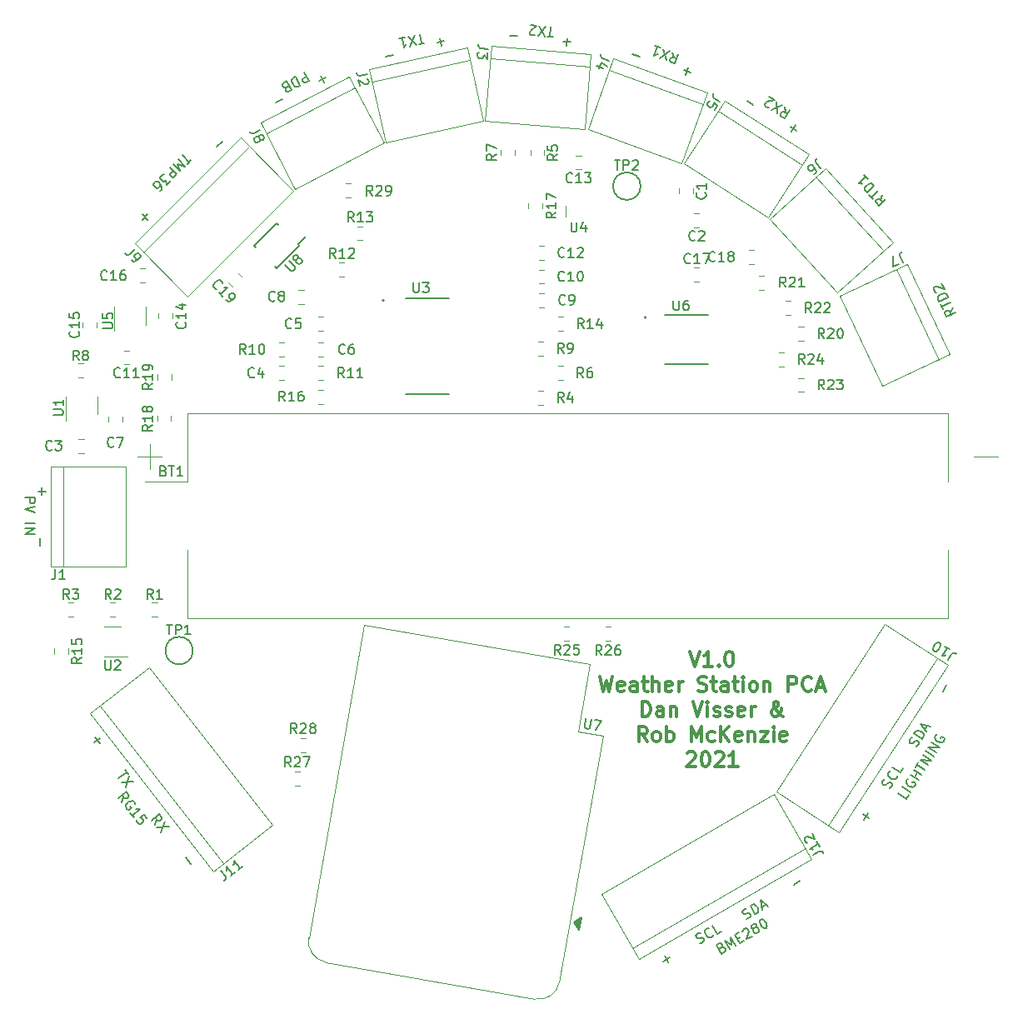
<source format=gbr>
G04 #@! TF.GenerationSoftware,KiCad,Pcbnew,(5.1.12)-1*
G04 #@! TF.CreationDate,2021-12-15T08:08:51+10:00*
G04 #@! TF.ProjectId,Weather-Station,57656174-6865-4722-9d53-746174696f6e,rev?*
G04 #@! TF.SameCoordinates,Original*
G04 #@! TF.FileFunction,Legend,Top*
G04 #@! TF.FilePolarity,Positive*
%FSLAX46Y46*%
G04 Gerber Fmt 4.6, Leading zero omitted, Abs format (unit mm)*
G04 Created by KiCad (PCBNEW (5.1.12)-1) date 2021-12-15 08:08:51*
%MOMM*%
%LPD*%
G01*
G04 APERTURE LIST*
%ADD10C,0.300000*%
%ADD11C,0.150000*%
%ADD12C,0.127000*%
%ADD13C,0.200000*%
%ADD14C,0.120000*%
G04 APERTURE END LIST*
D10*
X120914285Y-108278571D02*
X121414285Y-109778571D01*
X121914285Y-108278571D01*
X123200000Y-109778571D02*
X122342857Y-109778571D01*
X122771428Y-109778571D02*
X122771428Y-108278571D01*
X122628571Y-108492857D01*
X122485714Y-108635714D01*
X122342857Y-108707142D01*
X123842857Y-109635714D02*
X123914285Y-109707142D01*
X123842857Y-109778571D01*
X123771428Y-109707142D01*
X123842857Y-109635714D01*
X123842857Y-109778571D01*
X124842857Y-108278571D02*
X124985714Y-108278571D01*
X125128571Y-108350000D01*
X125200000Y-108421428D01*
X125271428Y-108564285D01*
X125342857Y-108850000D01*
X125342857Y-109207142D01*
X125271428Y-109492857D01*
X125200000Y-109635714D01*
X125128571Y-109707142D01*
X124985714Y-109778571D01*
X124842857Y-109778571D01*
X124700000Y-109707142D01*
X124628571Y-109635714D01*
X124557142Y-109492857D01*
X124485714Y-109207142D01*
X124485714Y-108850000D01*
X124557142Y-108564285D01*
X124628571Y-108421428D01*
X124700000Y-108350000D01*
X124842857Y-108278571D01*
X111771428Y-110828571D02*
X112128571Y-112328571D01*
X112414285Y-111257142D01*
X112700000Y-112328571D01*
X113057142Y-110828571D01*
X114200000Y-112257142D02*
X114057142Y-112328571D01*
X113771428Y-112328571D01*
X113628571Y-112257142D01*
X113557142Y-112114285D01*
X113557142Y-111542857D01*
X113628571Y-111400000D01*
X113771428Y-111328571D01*
X114057142Y-111328571D01*
X114200000Y-111400000D01*
X114271428Y-111542857D01*
X114271428Y-111685714D01*
X113557142Y-111828571D01*
X115557142Y-112328571D02*
X115557142Y-111542857D01*
X115485714Y-111400000D01*
X115342857Y-111328571D01*
X115057142Y-111328571D01*
X114914285Y-111400000D01*
X115557142Y-112257142D02*
X115414285Y-112328571D01*
X115057142Y-112328571D01*
X114914285Y-112257142D01*
X114842857Y-112114285D01*
X114842857Y-111971428D01*
X114914285Y-111828571D01*
X115057142Y-111757142D01*
X115414285Y-111757142D01*
X115557142Y-111685714D01*
X116057142Y-111328571D02*
X116628571Y-111328571D01*
X116271428Y-110828571D02*
X116271428Y-112114285D01*
X116342857Y-112257142D01*
X116485714Y-112328571D01*
X116628571Y-112328571D01*
X117128571Y-112328571D02*
X117128571Y-110828571D01*
X117771428Y-112328571D02*
X117771428Y-111542857D01*
X117700000Y-111400000D01*
X117557142Y-111328571D01*
X117342857Y-111328571D01*
X117200000Y-111400000D01*
X117128571Y-111471428D01*
X119057142Y-112257142D02*
X118914285Y-112328571D01*
X118628571Y-112328571D01*
X118485714Y-112257142D01*
X118414285Y-112114285D01*
X118414285Y-111542857D01*
X118485714Y-111400000D01*
X118628571Y-111328571D01*
X118914285Y-111328571D01*
X119057142Y-111400000D01*
X119128571Y-111542857D01*
X119128571Y-111685714D01*
X118414285Y-111828571D01*
X119771428Y-112328571D02*
X119771428Y-111328571D01*
X119771428Y-111614285D02*
X119842857Y-111471428D01*
X119914285Y-111400000D01*
X120057142Y-111328571D01*
X120200000Y-111328571D01*
X121771428Y-112257142D02*
X121985714Y-112328571D01*
X122342857Y-112328571D01*
X122485714Y-112257142D01*
X122557142Y-112185714D01*
X122628571Y-112042857D01*
X122628571Y-111900000D01*
X122557142Y-111757142D01*
X122485714Y-111685714D01*
X122342857Y-111614285D01*
X122057142Y-111542857D01*
X121914285Y-111471428D01*
X121842857Y-111400000D01*
X121771428Y-111257142D01*
X121771428Y-111114285D01*
X121842857Y-110971428D01*
X121914285Y-110900000D01*
X122057142Y-110828571D01*
X122414285Y-110828571D01*
X122628571Y-110900000D01*
X123057142Y-111328571D02*
X123628571Y-111328571D01*
X123271428Y-110828571D02*
X123271428Y-112114285D01*
X123342857Y-112257142D01*
X123485714Y-112328571D01*
X123628571Y-112328571D01*
X124771428Y-112328571D02*
X124771428Y-111542857D01*
X124700000Y-111400000D01*
X124557142Y-111328571D01*
X124271428Y-111328571D01*
X124128571Y-111400000D01*
X124771428Y-112257142D02*
X124628571Y-112328571D01*
X124271428Y-112328571D01*
X124128571Y-112257142D01*
X124057142Y-112114285D01*
X124057142Y-111971428D01*
X124128571Y-111828571D01*
X124271428Y-111757142D01*
X124628571Y-111757142D01*
X124771428Y-111685714D01*
X125271428Y-111328571D02*
X125842857Y-111328571D01*
X125485714Y-110828571D02*
X125485714Y-112114285D01*
X125557142Y-112257142D01*
X125700000Y-112328571D01*
X125842857Y-112328571D01*
X126342857Y-112328571D02*
X126342857Y-111328571D01*
X126342857Y-110828571D02*
X126271428Y-110900000D01*
X126342857Y-110971428D01*
X126414285Y-110900000D01*
X126342857Y-110828571D01*
X126342857Y-110971428D01*
X127271428Y-112328571D02*
X127128571Y-112257142D01*
X127057142Y-112185714D01*
X126985714Y-112042857D01*
X126985714Y-111614285D01*
X127057142Y-111471428D01*
X127128571Y-111400000D01*
X127271428Y-111328571D01*
X127485714Y-111328571D01*
X127628571Y-111400000D01*
X127700000Y-111471428D01*
X127771428Y-111614285D01*
X127771428Y-112042857D01*
X127700000Y-112185714D01*
X127628571Y-112257142D01*
X127485714Y-112328571D01*
X127271428Y-112328571D01*
X128414285Y-111328571D02*
X128414285Y-112328571D01*
X128414285Y-111471428D02*
X128485714Y-111400000D01*
X128628571Y-111328571D01*
X128842857Y-111328571D01*
X128985714Y-111400000D01*
X129057142Y-111542857D01*
X129057142Y-112328571D01*
X130914285Y-112328571D02*
X130914285Y-110828571D01*
X131485714Y-110828571D01*
X131628571Y-110900000D01*
X131699999Y-110971428D01*
X131771428Y-111114285D01*
X131771428Y-111328571D01*
X131699999Y-111471428D01*
X131628571Y-111542857D01*
X131485714Y-111614285D01*
X130914285Y-111614285D01*
X133271428Y-112185714D02*
X133199999Y-112257142D01*
X132985714Y-112328571D01*
X132842857Y-112328571D01*
X132628571Y-112257142D01*
X132485714Y-112114285D01*
X132414285Y-111971428D01*
X132342857Y-111685714D01*
X132342857Y-111471428D01*
X132414285Y-111185714D01*
X132485714Y-111042857D01*
X132628571Y-110900000D01*
X132842857Y-110828571D01*
X132985714Y-110828571D01*
X133199999Y-110900000D01*
X133271428Y-110971428D01*
X133842857Y-111900000D02*
X134557142Y-111900000D01*
X133699999Y-112328571D02*
X134199999Y-110828571D01*
X134700000Y-112328571D01*
X116057142Y-114878571D02*
X116057142Y-113378571D01*
X116414285Y-113378571D01*
X116628571Y-113450000D01*
X116771428Y-113592857D01*
X116842857Y-113735714D01*
X116914285Y-114021428D01*
X116914285Y-114235714D01*
X116842857Y-114521428D01*
X116771428Y-114664285D01*
X116628571Y-114807142D01*
X116414285Y-114878571D01*
X116057142Y-114878571D01*
X118200000Y-114878571D02*
X118200000Y-114092857D01*
X118128571Y-113950000D01*
X117985714Y-113878571D01*
X117700000Y-113878571D01*
X117557142Y-113950000D01*
X118200000Y-114807142D02*
X118057142Y-114878571D01*
X117700000Y-114878571D01*
X117557142Y-114807142D01*
X117485714Y-114664285D01*
X117485714Y-114521428D01*
X117557142Y-114378571D01*
X117700000Y-114307142D01*
X118057142Y-114307142D01*
X118200000Y-114235714D01*
X118914285Y-113878571D02*
X118914285Y-114878571D01*
X118914285Y-114021428D02*
X118985714Y-113950000D01*
X119128571Y-113878571D01*
X119342857Y-113878571D01*
X119485714Y-113950000D01*
X119557142Y-114092857D01*
X119557142Y-114878571D01*
X121200000Y-113378571D02*
X121700000Y-114878571D01*
X122200000Y-113378571D01*
X122700000Y-114878571D02*
X122700000Y-113878571D01*
X122700000Y-113378571D02*
X122628571Y-113450000D01*
X122700000Y-113521428D01*
X122771428Y-113450000D01*
X122700000Y-113378571D01*
X122700000Y-113521428D01*
X123342857Y-114807142D02*
X123485714Y-114878571D01*
X123771428Y-114878571D01*
X123914285Y-114807142D01*
X123985714Y-114664285D01*
X123985714Y-114592857D01*
X123914285Y-114450000D01*
X123771428Y-114378571D01*
X123557142Y-114378571D01*
X123414285Y-114307142D01*
X123342857Y-114164285D01*
X123342857Y-114092857D01*
X123414285Y-113950000D01*
X123557142Y-113878571D01*
X123771428Y-113878571D01*
X123914285Y-113950000D01*
X124557142Y-114807142D02*
X124700000Y-114878571D01*
X124985714Y-114878571D01*
X125128571Y-114807142D01*
X125200000Y-114664285D01*
X125200000Y-114592857D01*
X125128571Y-114450000D01*
X124985714Y-114378571D01*
X124771428Y-114378571D01*
X124628571Y-114307142D01*
X124557142Y-114164285D01*
X124557142Y-114092857D01*
X124628571Y-113950000D01*
X124771428Y-113878571D01*
X124985714Y-113878571D01*
X125128571Y-113950000D01*
X126414285Y-114807142D02*
X126271428Y-114878571D01*
X125985714Y-114878571D01*
X125842857Y-114807142D01*
X125771428Y-114664285D01*
X125771428Y-114092857D01*
X125842857Y-113950000D01*
X125985714Y-113878571D01*
X126271428Y-113878571D01*
X126414285Y-113950000D01*
X126485714Y-114092857D01*
X126485714Y-114235714D01*
X125771428Y-114378571D01*
X127128571Y-114878571D02*
X127128571Y-113878571D01*
X127128571Y-114164285D02*
X127200000Y-114021428D01*
X127271428Y-113950000D01*
X127414285Y-113878571D01*
X127557142Y-113878571D01*
X130414285Y-114878571D02*
X130342857Y-114878571D01*
X130200000Y-114807142D01*
X129985714Y-114592857D01*
X129628571Y-114164285D01*
X129485714Y-113950000D01*
X129414285Y-113735714D01*
X129414285Y-113592857D01*
X129485714Y-113450000D01*
X129628571Y-113378571D01*
X129700000Y-113378571D01*
X129842857Y-113450000D01*
X129914285Y-113592857D01*
X129914285Y-113664285D01*
X129842857Y-113807142D01*
X129771428Y-113878571D01*
X129342857Y-114164285D01*
X129271428Y-114235714D01*
X129200000Y-114378571D01*
X129200000Y-114592857D01*
X129271428Y-114735714D01*
X129342857Y-114807142D01*
X129485714Y-114878571D01*
X129700000Y-114878571D01*
X129842857Y-114807142D01*
X129914285Y-114735714D01*
X130128571Y-114450000D01*
X130200000Y-114235714D01*
X130200000Y-114092857D01*
X116557142Y-117428571D02*
X116057142Y-116714285D01*
X115700000Y-117428571D02*
X115700000Y-115928571D01*
X116271428Y-115928571D01*
X116414285Y-116000000D01*
X116485714Y-116071428D01*
X116557142Y-116214285D01*
X116557142Y-116428571D01*
X116485714Y-116571428D01*
X116414285Y-116642857D01*
X116271428Y-116714285D01*
X115700000Y-116714285D01*
X117414285Y-117428571D02*
X117271428Y-117357142D01*
X117200000Y-117285714D01*
X117128571Y-117142857D01*
X117128571Y-116714285D01*
X117200000Y-116571428D01*
X117271428Y-116500000D01*
X117414285Y-116428571D01*
X117628571Y-116428571D01*
X117771428Y-116500000D01*
X117842857Y-116571428D01*
X117914285Y-116714285D01*
X117914285Y-117142857D01*
X117842857Y-117285714D01*
X117771428Y-117357142D01*
X117628571Y-117428571D01*
X117414285Y-117428571D01*
X118557142Y-117428571D02*
X118557142Y-115928571D01*
X118557142Y-116500000D02*
X118700000Y-116428571D01*
X118985714Y-116428571D01*
X119128571Y-116500000D01*
X119200000Y-116571428D01*
X119271428Y-116714285D01*
X119271428Y-117142857D01*
X119200000Y-117285714D01*
X119128571Y-117357142D01*
X118985714Y-117428571D01*
X118700000Y-117428571D01*
X118557142Y-117357142D01*
X121057142Y-117428571D02*
X121057142Y-115928571D01*
X121557142Y-117000000D01*
X122057142Y-115928571D01*
X122057142Y-117428571D01*
X123414285Y-117357142D02*
X123271428Y-117428571D01*
X122985714Y-117428571D01*
X122842857Y-117357142D01*
X122771428Y-117285714D01*
X122700000Y-117142857D01*
X122700000Y-116714285D01*
X122771428Y-116571428D01*
X122842857Y-116500000D01*
X122985714Y-116428571D01*
X123271428Y-116428571D01*
X123414285Y-116500000D01*
X124057142Y-117428571D02*
X124057142Y-115928571D01*
X124914285Y-117428571D02*
X124271428Y-116571428D01*
X124914285Y-115928571D02*
X124057142Y-116785714D01*
X126128571Y-117357142D02*
X125985714Y-117428571D01*
X125700000Y-117428571D01*
X125557142Y-117357142D01*
X125485714Y-117214285D01*
X125485714Y-116642857D01*
X125557142Y-116500000D01*
X125700000Y-116428571D01*
X125985714Y-116428571D01*
X126128571Y-116500000D01*
X126200000Y-116642857D01*
X126200000Y-116785714D01*
X125485714Y-116928571D01*
X126842857Y-116428571D02*
X126842857Y-117428571D01*
X126842857Y-116571428D02*
X126914285Y-116500000D01*
X127057142Y-116428571D01*
X127271428Y-116428571D01*
X127414285Y-116500000D01*
X127485714Y-116642857D01*
X127485714Y-117428571D01*
X128057142Y-116428571D02*
X128842857Y-116428571D01*
X128057142Y-117428571D01*
X128842857Y-117428571D01*
X129414285Y-117428571D02*
X129414285Y-116428571D01*
X129414285Y-115928571D02*
X129342857Y-116000000D01*
X129414285Y-116071428D01*
X129485714Y-116000000D01*
X129414285Y-115928571D01*
X129414285Y-116071428D01*
X130700000Y-117357142D02*
X130557142Y-117428571D01*
X130271428Y-117428571D01*
X130128571Y-117357142D01*
X130057142Y-117214285D01*
X130057142Y-116642857D01*
X130128571Y-116500000D01*
X130271428Y-116428571D01*
X130557142Y-116428571D01*
X130700000Y-116500000D01*
X130771428Y-116642857D01*
X130771428Y-116785714D01*
X130057142Y-116928571D01*
X120628571Y-118621428D02*
X120700000Y-118550000D01*
X120842857Y-118478571D01*
X121200000Y-118478571D01*
X121342857Y-118550000D01*
X121414285Y-118621428D01*
X121485714Y-118764285D01*
X121485714Y-118907142D01*
X121414285Y-119121428D01*
X120557142Y-119978571D01*
X121485714Y-119978571D01*
X122414285Y-118478571D02*
X122557142Y-118478571D01*
X122700000Y-118550000D01*
X122771428Y-118621428D01*
X122842857Y-118764285D01*
X122914285Y-119050000D01*
X122914285Y-119407142D01*
X122842857Y-119692857D01*
X122771428Y-119835714D01*
X122700000Y-119907142D01*
X122557142Y-119978571D01*
X122414285Y-119978571D01*
X122271428Y-119907142D01*
X122200000Y-119835714D01*
X122128571Y-119692857D01*
X122057142Y-119407142D01*
X122057142Y-119050000D01*
X122128571Y-118764285D01*
X122200000Y-118621428D01*
X122271428Y-118550000D01*
X122414285Y-118478571D01*
X123485714Y-118621428D02*
X123557142Y-118550000D01*
X123700000Y-118478571D01*
X124057142Y-118478571D01*
X124200000Y-118550000D01*
X124271428Y-118621428D01*
X124342857Y-118764285D01*
X124342857Y-118907142D01*
X124271428Y-119121428D01*
X123414285Y-119978571D01*
X124342857Y-119978571D01*
X125771428Y-119978571D02*
X124914285Y-119978571D01*
X125342857Y-119978571D02*
X125342857Y-118478571D01*
X125200000Y-118692857D01*
X125057142Y-118835714D01*
X124914285Y-118907142D01*
D11*
X147652739Y-73358280D02*
X147362036Y-73861630D01*
X147894235Y-73876171D02*
X146987927Y-74298789D01*
X146826930Y-73953529D01*
X146829838Y-73847089D01*
X146852871Y-73783807D01*
X146919061Y-73700400D01*
X147048534Y-73640026D01*
X147154973Y-73642934D01*
X147218256Y-73665967D01*
X147301662Y-73732157D01*
X147462660Y-74077417D01*
X146625683Y-73521954D02*
X146384187Y-73004063D01*
X147411243Y-72840390D02*
X146504935Y-73263008D01*
X147149622Y-72279343D02*
X146243314Y-72701961D01*
X146142691Y-72486173D01*
X146125474Y-72336576D01*
X146171540Y-72210012D01*
X146237730Y-72126605D01*
X146390236Y-72002948D01*
X146519708Y-71942574D01*
X146712463Y-71905233D01*
X146818903Y-71908141D01*
X146945467Y-71954207D01*
X147048998Y-72063555D01*
X147149622Y-72279343D01*
X145927136Y-71798561D02*
X145863853Y-71775528D01*
X145780446Y-71709338D01*
X145679823Y-71493550D01*
X145682731Y-71387111D01*
X145705764Y-71323828D01*
X145771954Y-71240422D01*
X145858269Y-71200172D01*
X146007867Y-71182956D01*
X146767253Y-71459350D01*
X146505632Y-70898302D01*
X140441291Y-61866761D02*
X140315403Y-62434230D01*
X140827342Y-62288062D02*
X140090065Y-62963653D01*
X139832697Y-62682785D01*
X139803464Y-62580397D01*
X139806401Y-62513118D01*
X139844447Y-62413667D01*
X139949773Y-62317155D01*
X140052161Y-62287921D01*
X140119440Y-62290859D01*
X140218890Y-62328905D01*
X140476258Y-62609772D01*
X139510988Y-62331701D02*
X139124936Y-61910399D01*
X140055239Y-61445460D02*
X139317962Y-62121050D01*
X139637017Y-60989050D02*
X138899740Y-61664640D01*
X138738885Y-61489098D01*
X138677480Y-61351602D01*
X138683355Y-61217043D01*
X138721401Y-61117593D01*
X138829664Y-60953800D01*
X138934989Y-60857287D01*
X139107594Y-60763712D01*
X139209982Y-60734478D01*
X139344541Y-60740353D01*
X139476162Y-60813508D01*
X139637017Y-60989050D01*
X138607546Y-59865580D02*
X138993598Y-60286881D01*
X138800572Y-60076230D02*
X138063294Y-60751821D01*
X138232962Y-60725525D01*
X138367521Y-60731400D01*
X138466971Y-60769446D01*
X131759670Y-55344443D02*
X131117086Y-54935072D01*
X131643064Y-54818465D02*
X131233692Y-55461049D01*
X127359670Y-52744443D02*
X126717086Y-52335072D01*
X130585244Y-52963872D02*
X130610517Y-53544587D01*
X131067182Y-53270901D02*
X130529882Y-54114292D01*
X130208590Y-53909606D01*
X130153853Y-53818274D01*
X130139277Y-53752526D01*
X130150287Y-53646618D01*
X130227044Y-53526133D01*
X130318377Y-53471396D01*
X130384124Y-53456820D01*
X130490033Y-53467830D01*
X130811325Y-53672515D01*
X129766814Y-53628164D02*
X129741852Y-52426573D01*
X129204553Y-53269964D02*
X130304113Y-52784772D01*
X128974594Y-53010541D02*
X128908846Y-53025117D01*
X128802938Y-53014107D01*
X128602130Y-52886179D01*
X128547393Y-52794846D01*
X128532817Y-52729098D01*
X128543827Y-52623190D01*
X128594998Y-52542867D01*
X128711917Y-52447968D01*
X129500883Y-52273058D01*
X128978784Y-51940444D01*
X120982408Y-49463172D02*
X120266451Y-49202585D01*
X120754723Y-48974900D02*
X120494136Y-49690857D01*
X119158811Y-47394771D02*
X119309175Y-47956250D01*
X119695778Y-47590211D02*
X119353758Y-48529903D01*
X118995780Y-48399610D01*
X118922572Y-48322289D01*
X118894111Y-48261255D01*
X118881938Y-48155474D01*
X118930798Y-48021232D01*
X119008118Y-47948024D01*
X119069152Y-47919564D01*
X119174933Y-47907390D01*
X119532911Y-48037683D01*
X118503560Y-48220456D02*
X118219118Y-47052750D01*
X117877098Y-47992443D02*
X118845580Y-47280764D01*
X117368920Y-46743304D02*
X117905888Y-46938744D01*
X117637404Y-46841024D02*
X117295384Y-47780716D01*
X117433738Y-47679048D01*
X117555806Y-47622127D01*
X117661587Y-47609953D01*
X115782408Y-47863172D02*
X115066451Y-47602585D01*
X106985655Y-45853442D02*
X106416401Y-45803639D01*
X106788184Y-44832345D02*
X106701028Y-45828540D01*
X106179212Y-45782887D02*
X105602238Y-44728589D01*
X105515082Y-45724783D02*
X106266368Y-44786692D01*
X105191318Y-45600856D02*
X105139730Y-45644143D01*
X105040704Y-45683281D01*
X104803514Y-45662529D01*
X104712789Y-45606791D01*
X104669502Y-45555203D01*
X104630364Y-45456177D01*
X104638665Y-45361301D01*
X104698553Y-45223138D01*
X105317611Y-44703687D01*
X104700919Y-44649733D01*
X108785728Y-46362045D02*
X108026722Y-46295641D01*
X108439427Y-45949340D02*
X108373023Y-46708345D01*
X103385728Y-45762045D02*
X102626722Y-45695641D01*
X90756462Y-47647811D02*
X90012617Y-47812717D01*
X93927273Y-46466665D02*
X93369390Y-46590345D01*
X93431892Y-45552209D02*
X93648332Y-46528505D01*
X93136939Y-46641878D02*
X92269635Y-45809875D01*
X92486075Y-46786171D02*
X92920499Y-45665582D01*
X91386319Y-46005701D02*
X91944203Y-45882022D01*
X91665261Y-45943861D02*
X91881701Y-46920157D01*
X91943761Y-46760073D01*
X92016129Y-46646479D01*
X92098803Y-46579376D01*
X95956462Y-46247811D02*
X95212617Y-46412717D01*
X95502086Y-45958342D02*
X95666993Y-46702186D01*
X141191082Y-122218866D02*
X141308824Y-122124991D01*
X141438500Y-121925308D01*
X141450434Y-121819499D01*
X141436432Y-121753627D01*
X141382494Y-121661820D01*
X141302620Y-121609950D01*
X141196812Y-121598016D01*
X141130940Y-121612018D01*
X141039133Y-121665956D01*
X140895455Y-121799767D01*
X140803648Y-121853705D01*
X140737776Y-121867707D01*
X140631968Y-121855773D01*
X140552094Y-121803903D01*
X140498156Y-121712096D01*
X140484155Y-121646224D01*
X140496088Y-121540415D01*
X140625764Y-121340732D01*
X140743507Y-121246857D01*
X142007006Y-120875020D02*
X142021008Y-120940892D01*
X141983139Y-121086637D01*
X141931268Y-121166510D01*
X141813526Y-121260385D01*
X141681782Y-121288388D01*
X141575974Y-121276455D01*
X141390292Y-121212651D01*
X141270482Y-121134845D01*
X141136670Y-120991168D01*
X141082732Y-120899360D01*
X141054729Y-120767617D01*
X141092598Y-120621871D01*
X141144468Y-120541998D01*
X141262211Y-120448123D01*
X141328082Y-120434122D01*
X142579648Y-120168093D02*
X142320296Y-120567460D01*
X141481626Y-120022821D01*
X143928114Y-117988834D02*
X144045856Y-117894959D01*
X144175532Y-117695276D01*
X144187466Y-117589467D01*
X144173464Y-117523595D01*
X144119526Y-117431788D01*
X144039653Y-117379918D01*
X143933844Y-117367984D01*
X143867972Y-117381986D01*
X143776165Y-117435924D01*
X143632488Y-117569736D01*
X143540681Y-117623674D01*
X143474809Y-117637675D01*
X143369000Y-117625742D01*
X143289127Y-117573871D01*
X143235189Y-117482064D01*
X143221187Y-117416192D01*
X143233121Y-117310384D01*
X143362797Y-117110700D01*
X143480539Y-117016825D01*
X144512690Y-117176099D02*
X143674019Y-116631460D01*
X143803695Y-116431776D01*
X143921437Y-116337902D01*
X144053181Y-116309899D01*
X144158990Y-116321832D01*
X144344672Y-116385636D01*
X144464482Y-116463442D01*
X144598293Y-116607119D01*
X144652232Y-116698926D01*
X144680235Y-116830670D01*
X144642366Y-116976415D01*
X144512690Y-117176099D01*
X144791773Y-116221754D02*
X145051125Y-115822387D01*
X144979523Y-116457238D02*
X144322399Y-115633043D01*
X145342616Y-115898125D01*
X146602423Y-112358396D02*
X147017386Y-111719409D01*
X143180643Y-122862237D02*
X142921291Y-123261604D01*
X142082621Y-122716965D01*
X143362189Y-122582680D02*
X142523519Y-122038041D01*
X143108095Y-121225306D02*
X143016287Y-121279244D01*
X142938482Y-121399054D01*
X142900613Y-121544800D01*
X142928616Y-121676543D01*
X142982554Y-121768350D01*
X143116366Y-121912028D01*
X143236176Y-121989833D01*
X143421858Y-122053638D01*
X143527666Y-122065571D01*
X143659410Y-122037568D01*
X143777152Y-121943693D01*
X143829023Y-121863820D01*
X143866892Y-121718075D01*
X143852890Y-121652203D01*
X143573333Y-121470656D01*
X143469593Y-121630403D01*
X144166180Y-121344643D02*
X143327510Y-120800004D01*
X143726877Y-121059356D02*
X144038099Y-120580115D01*
X144477403Y-120865403D02*
X143638732Y-120320764D01*
X143820278Y-120041207D02*
X144131501Y-119561966D01*
X144814560Y-120346226D02*
X143975890Y-119801587D01*
X145151718Y-119827049D02*
X144313047Y-119282410D01*
X145462940Y-119347808D01*
X144624269Y-118803169D01*
X145722292Y-118948441D02*
X144883621Y-118403802D01*
X145981644Y-118549074D02*
X145142973Y-118004435D01*
X146292866Y-118069834D01*
X145454195Y-117525195D01*
X146038771Y-116712460D02*
X145946964Y-116766398D01*
X145869159Y-116886208D01*
X145831290Y-117031953D01*
X145859293Y-117163697D01*
X145913231Y-117255504D01*
X146047042Y-117399181D01*
X146166853Y-117476987D01*
X146352535Y-117540791D01*
X146458343Y-117552725D01*
X146590087Y-117524722D01*
X146707829Y-117430847D01*
X146759700Y-117350974D01*
X146797568Y-117205228D01*
X146783567Y-117139356D01*
X146504010Y-116957810D01*
X146400269Y-117117557D01*
X138602423Y-125358396D02*
X139017386Y-124719409D01*
X139129398Y-125246384D02*
X138490411Y-124831421D01*
X126650778Y-135457676D02*
X126798306Y-135427487D01*
X127004502Y-135308440D01*
X127063171Y-135219581D01*
X127080601Y-135154532D01*
X127074221Y-135048244D01*
X127026602Y-134965766D01*
X126937744Y-134907097D01*
X126872695Y-134889667D01*
X126766407Y-134896047D01*
X126577640Y-134950045D01*
X126471352Y-134956425D01*
X126406303Y-134938995D01*
X126317445Y-134880326D01*
X126269826Y-134797848D01*
X126263446Y-134691559D01*
X126280876Y-134626511D01*
X126339545Y-134537652D01*
X126545741Y-134418605D01*
X126693269Y-134388415D01*
X127540613Y-134998916D02*
X127040613Y-134132890D01*
X127246810Y-134013843D01*
X127394337Y-133983653D01*
X127524435Y-134018513D01*
X127613293Y-134077182D01*
X127749770Y-134218330D01*
X127821199Y-134342048D01*
X127875198Y-134530814D01*
X127881578Y-134637103D01*
X127846718Y-134767200D01*
X127746810Y-134879868D01*
X127540613Y-134998916D01*
X128222542Y-134275289D02*
X128634935Y-134037194D01*
X128282921Y-134570344D02*
X128071596Y-133537652D01*
X128860271Y-134237011D01*
X121921398Y-137945772D02*
X122068925Y-137915582D01*
X122275122Y-137796535D01*
X122333791Y-137707676D01*
X122351221Y-137642628D01*
X122344841Y-137536339D01*
X122297222Y-137453861D01*
X122208364Y-137395192D01*
X122143315Y-137377762D01*
X122037027Y-137384142D01*
X121848260Y-137438141D01*
X121741972Y-137444520D01*
X121676923Y-137427091D01*
X121588064Y-137368421D01*
X121540445Y-137285943D01*
X121534066Y-137179655D01*
X121551495Y-137114606D01*
X121610165Y-137025747D01*
X121816361Y-136906700D01*
X121963889Y-136876511D01*
X123258485Y-137118818D02*
X123241056Y-137183867D01*
X123141147Y-137296535D01*
X123058669Y-137344154D01*
X122911141Y-137374343D01*
X122781043Y-137339484D01*
X122692185Y-137280814D01*
X122555708Y-137139667D01*
X122484279Y-137015949D01*
X122430280Y-136827182D01*
X122423901Y-136720894D01*
X122458760Y-136590796D01*
X122558669Y-136478128D01*
X122641147Y-136430509D01*
X122788675Y-136400320D01*
X122853723Y-136417750D01*
X124089651Y-136748916D02*
X123677258Y-136987011D01*
X123177258Y-136120986D01*
X131455799Y-132002335D02*
X132115628Y-131621382D01*
X124152320Y-138378617D02*
X124299847Y-138348427D01*
X124364896Y-138365857D01*
X124453755Y-138424526D01*
X124525183Y-138548244D01*
X124531563Y-138654532D01*
X124514133Y-138719581D01*
X124455464Y-138808440D01*
X124125550Y-138998916D01*
X123625550Y-138132890D01*
X123914225Y-137966224D01*
X124020513Y-137959844D01*
X124085562Y-137977274D01*
X124174420Y-138035943D01*
X124222039Y-138118421D01*
X124228419Y-138224710D01*
X124210989Y-138289758D01*
X124152320Y-138378617D01*
X123863645Y-138545283D01*
X124991575Y-138498916D02*
X124491575Y-137632890D01*
X125137393Y-138084813D01*
X125068925Y-137299557D01*
X125568925Y-138165582D01*
X125719414Y-137473855D02*
X126008089Y-137307188D01*
X126393711Y-137689392D02*
X125981318Y-137927487D01*
X125481318Y-137061462D01*
X125893711Y-136823367D01*
X126271245Y-136715369D02*
X126288675Y-136650320D01*
X126347344Y-136561462D01*
X126553540Y-136442414D01*
X126659828Y-136436034D01*
X126724877Y-136453464D01*
X126813736Y-136512133D01*
X126861355Y-136594612D01*
X126891544Y-136742139D01*
X126682387Y-137522725D01*
X127218497Y-137213201D01*
X127427655Y-136432616D02*
X127321367Y-136438995D01*
X127256318Y-136421565D01*
X127167460Y-136362896D01*
X127143650Y-136321657D01*
X127137270Y-136215369D01*
X127154700Y-136150320D01*
X127213369Y-136061462D01*
X127378326Y-135966224D01*
X127484614Y-135959844D01*
X127549663Y-135977274D01*
X127638522Y-136035943D01*
X127662331Y-136077182D01*
X127668711Y-136183470D01*
X127651281Y-136248519D01*
X127592612Y-136337377D01*
X127427655Y-136432616D01*
X127368986Y-136521474D01*
X127351556Y-136586523D01*
X127357936Y-136692811D01*
X127453174Y-136857768D01*
X127542032Y-136916437D01*
X127607081Y-136933867D01*
X127713369Y-136927487D01*
X127878326Y-136832249D01*
X127936995Y-136743391D01*
X127954425Y-136678342D01*
X127948045Y-136572054D01*
X127852807Y-136407097D01*
X127763949Y-136348427D01*
X127698900Y-136330998D01*
X127592612Y-136337377D01*
X128079395Y-135561462D02*
X128161873Y-135513843D01*
X128268161Y-135507463D01*
X128333210Y-135524893D01*
X128422068Y-135583562D01*
X128558546Y-135724710D01*
X128677593Y-135930906D01*
X128731592Y-136119673D01*
X128737972Y-136225961D01*
X128720542Y-136291010D01*
X128661873Y-136379868D01*
X128579395Y-136427487D01*
X128473106Y-136433867D01*
X128408058Y-136416437D01*
X128319199Y-136357768D01*
X128182722Y-136216620D01*
X128063674Y-136010424D01*
X128009675Y-135821657D01*
X128003296Y-135715369D01*
X128020725Y-135650320D01*
X128079395Y-135561462D01*
X118205799Y-139752335D02*
X118865628Y-139371382D01*
X118726190Y-139891773D02*
X118345238Y-139231944D01*
X66540908Y-125897178D02*
X66710931Y-125341336D01*
X66189102Y-125446886D02*
X66977112Y-124831225D01*
X67211650Y-125131419D01*
X67232760Y-125235785D01*
X67224553Y-125302627D01*
X67178822Y-125398785D01*
X67066249Y-125486737D01*
X66961883Y-125507847D01*
X66895041Y-125499640D01*
X66798883Y-125453908D01*
X66564345Y-125153714D01*
X67534139Y-125544187D02*
X67156570Y-126685189D01*
X67944580Y-126069527D02*
X66746129Y-126159848D01*
X63462454Y-120312462D02*
X63814260Y-120762754D01*
X62850346Y-121153270D02*
X63638357Y-120537608D01*
X63960846Y-120950376D02*
X63583277Y-122091378D01*
X64371287Y-121475716D02*
X63172836Y-121566037D01*
X60459175Y-116993781D02*
X60928251Y-117594170D01*
X60393518Y-117528513D02*
X60993908Y-117059438D01*
X69709175Y-129243781D02*
X70178251Y-129844170D01*
X63189905Y-123627929D02*
X63359928Y-123072087D01*
X62838099Y-123177637D02*
X63626110Y-122561976D01*
X63860647Y-122862171D01*
X63881757Y-122966536D01*
X63873550Y-123033378D01*
X63827819Y-123129537D01*
X63715246Y-123217488D01*
X63610880Y-123238598D01*
X63544038Y-123230391D01*
X63447880Y-123184660D01*
X63213342Y-122884465D01*
X64526736Y-123792071D02*
X64505626Y-123687706D01*
X64417674Y-123575133D01*
X64292198Y-123491877D01*
X64158515Y-123475463D01*
X64054149Y-123496573D01*
X63874735Y-123576317D01*
X63762162Y-123664269D01*
X63641382Y-123819062D01*
X63595650Y-123915221D01*
X63579236Y-124048904D01*
X63629664Y-124190794D01*
X63688298Y-124265843D01*
X63813774Y-124349099D01*
X63880615Y-124357306D01*
X64143286Y-124152085D01*
X64026017Y-124001988D01*
X64391911Y-125166426D02*
X64040105Y-124716135D01*
X64216008Y-124941281D02*
X65004019Y-124325619D01*
X64832811Y-124338522D01*
X64699128Y-124322108D01*
X64602969Y-124276376D01*
X65736949Y-125263727D02*
X65443777Y-124888484D01*
X65039216Y-125144132D01*
X65106058Y-125152339D01*
X65202217Y-125198070D01*
X65348803Y-125385692D01*
X65369913Y-125490058D01*
X65361706Y-125556899D01*
X65315974Y-125653058D01*
X65128353Y-125799644D01*
X65023987Y-125820754D01*
X64957145Y-125812547D01*
X64860986Y-125766816D01*
X64714400Y-125579194D01*
X64693290Y-125474828D01*
X64701497Y-125407987D01*
X73368866Y-56480118D02*
X72830118Y-57018866D01*
X70220305Y-58354145D02*
X69816244Y-58758206D01*
X69311167Y-57849068D02*
X70018274Y-58556175D01*
X68873435Y-58286801D02*
X69580541Y-58993908D01*
X68839763Y-58724534D01*
X69109137Y-59465312D01*
X68402030Y-58758206D01*
X68065312Y-59094923D02*
X68772419Y-59802030D01*
X68503045Y-60071404D01*
X68402030Y-60105076D01*
X68334687Y-60105076D01*
X68233671Y-60071404D01*
X68132656Y-59970389D01*
X68098984Y-59869374D01*
X68098984Y-59802030D01*
X68132656Y-59701015D01*
X68402030Y-59431641D01*
X68132656Y-60441793D02*
X67694923Y-60879526D01*
X67661251Y-60374450D01*
X67560236Y-60475465D01*
X67459221Y-60509137D01*
X67391877Y-60509137D01*
X67290862Y-60475465D01*
X67122503Y-60307106D01*
X67088832Y-60206091D01*
X67088832Y-60138748D01*
X67122503Y-60037732D01*
X67324534Y-59835702D01*
X67425549Y-59802030D01*
X67492893Y-59802030D01*
X67088832Y-61485618D02*
X67223519Y-61350931D01*
X67257190Y-61249915D01*
X67257190Y-61182572D01*
X67223519Y-61014213D01*
X67122503Y-60845854D01*
X66853129Y-60576480D01*
X66752114Y-60542809D01*
X66684771Y-60542809D01*
X66583755Y-60576480D01*
X66449068Y-60711167D01*
X66415397Y-60812183D01*
X66415397Y-60879526D01*
X66449068Y-60980541D01*
X66617427Y-61148900D01*
X66718442Y-61182572D01*
X66785786Y-61182572D01*
X66886801Y-61148900D01*
X67021488Y-61014213D01*
X67055160Y-60913198D01*
X67055160Y-60845854D01*
X67021488Y-60744839D01*
X65818866Y-63880118D02*
X65280118Y-64418866D01*
X65280118Y-63880118D02*
X65818866Y-64418866D01*
X83904926Y-49960737D02*
X83229109Y-50312546D01*
X83391113Y-49798733D02*
X83742922Y-50474550D01*
X79504926Y-52160737D02*
X78829109Y-52512546D01*
X81710436Y-49416050D02*
X82172185Y-50303061D01*
X81834276Y-50478965D01*
X81727811Y-50480702D01*
X81663584Y-50460452D01*
X81577370Y-50397963D01*
X81511405Y-50271247D01*
X81509668Y-50164782D01*
X81529919Y-50100555D01*
X81592408Y-50014340D01*
X81930317Y-49838436D01*
X80823426Y-49877799D02*
X81285174Y-50764809D01*
X81073981Y-50874750D01*
X80925277Y-50898475D01*
X80796824Y-50857974D01*
X80710609Y-50795485D01*
X80580419Y-50648518D01*
X80514455Y-50521802D01*
X80468741Y-50330860D01*
X80467004Y-50224395D01*
X80507505Y-50095941D01*
X80612233Y-49987739D01*
X80823426Y-49877799D01*
X79882613Y-50958088D02*
X79733909Y-50981814D01*
X79669682Y-50961563D01*
X79583468Y-50899074D01*
X79517504Y-50772358D01*
X79515766Y-50665893D01*
X79536017Y-50601666D01*
X79598506Y-50515451D01*
X79936415Y-50339547D01*
X80398163Y-51226558D01*
X80102493Y-51380474D01*
X79996028Y-51382212D01*
X79931801Y-51361961D01*
X79845587Y-51299472D01*
X79801610Y-51214995D01*
X79799873Y-51108529D01*
X79820124Y-51044303D01*
X79882613Y-50958088D01*
X80178283Y-50804172D01*
X53347619Y-92666666D02*
X54347619Y-92666666D01*
X54347619Y-93047619D01*
X54300000Y-93142857D01*
X54252380Y-93190476D01*
X54157142Y-93238095D01*
X54014285Y-93238095D01*
X53919047Y-93190476D01*
X53871428Y-93142857D01*
X53823809Y-93047619D01*
X53823809Y-92666666D01*
X54347619Y-93523809D02*
X53347619Y-93857142D01*
X54347619Y-94190476D01*
X53347619Y-95285714D02*
X54347619Y-95285714D01*
X53347619Y-95761904D02*
X54347619Y-95761904D01*
X53347619Y-96333333D01*
X54347619Y-96333333D01*
X54871428Y-97580952D02*
X54871428Y-96819047D01*
X55071428Y-92380952D02*
X55071428Y-91619047D01*
X55452380Y-92000000D02*
X54690476Y-92000000D01*
D12*
X118400000Y-79100000D02*
X122800000Y-79100000D01*
X118400000Y-74100000D02*
X122800000Y-74100000D01*
D13*
X116460000Y-74340000D02*
G75*
G03*
X116460000Y-74340000I-100000J0D01*
G01*
D12*
X92000000Y-82100000D02*
X96400000Y-82100000D01*
X92000000Y-72400000D02*
X96400000Y-72400000D01*
D13*
X89860000Y-72615000D02*
G75*
G03*
X89860000Y-72615000I-100000J0D01*
G01*
D11*
X115900000Y-61000000D02*
G75*
G03*
X115900000Y-61000000I-1400000J0D01*
G01*
D14*
X101690000Y-57858578D02*
X101690000Y-57341422D01*
X103110000Y-57858578D02*
X103110000Y-57341422D01*
X104690000Y-57858578D02*
X104690000Y-57341422D01*
X106110000Y-57858578D02*
X106110000Y-57341422D01*
D11*
X70400000Y-108200000D02*
G75*
G03*
X70400000Y-108200000I-1400000J0D01*
G01*
D14*
X141881671Y-69420484D02*
X146175472Y-78628571D01*
X143032682Y-68883759D02*
X136126616Y-72104110D01*
X136126616Y-72104110D02*
X140420418Y-81312197D01*
X140420418Y-81312197D02*
X147326483Y-78091846D01*
X147326483Y-78091846D02*
X143032682Y-68883759D01*
X133724687Y-60065948D02*
X140588684Y-67556685D01*
X134661029Y-59207948D02*
X129042976Y-64355945D01*
X129042976Y-64355945D02*
X135906972Y-71846683D01*
X135906972Y-71846683D02*
X141525026Y-66698686D01*
X141525026Y-66698686D02*
X134661029Y-59207948D01*
X123738098Y-53363563D02*
X132306955Y-58822527D01*
X124420469Y-52292456D02*
X120326246Y-58719098D01*
X120326246Y-58719098D02*
X128895103Y-64178062D01*
X128895103Y-64178062D02*
X132989326Y-57751420D01*
X132989326Y-57751420D02*
X124420469Y-52292456D01*
X112708273Y-49206987D02*
X122255550Y-52681912D01*
X113142639Y-48013578D02*
X110536445Y-55174035D01*
X110536445Y-55174035D02*
X120083723Y-58648960D01*
X120083723Y-58648960D02*
X122689916Y-51488502D01*
X122689916Y-51488502D02*
X113142639Y-48013578D01*
X100630372Y-48005539D02*
X110751710Y-48891041D01*
X100741060Y-46740371D02*
X100076933Y-54331375D01*
X100076933Y-54331375D02*
X110198271Y-55216877D01*
X110198271Y-55216877D02*
X110862398Y-47625874D01*
X110862398Y-47625874D02*
X100741060Y-46740371D01*
X88610868Y-50369478D02*
X98530035Y-48170452D01*
X88335989Y-49129582D02*
X89985259Y-56568958D01*
X89985259Y-56568958D02*
X99904427Y-54369931D01*
X99904427Y-54369931D02*
X98255157Y-46930556D01*
X98255157Y-46930556D02*
X88335989Y-49129582D01*
D11*
X81198097Y-67050000D02*
X81074353Y-66926256D01*
X78900000Y-69348097D02*
X78705546Y-69153643D01*
X76601903Y-67050000D02*
X76796357Y-67244454D01*
X78900000Y-64751903D02*
X79094454Y-64946357D01*
X81198097Y-67050000D02*
X78900000Y-69348097D01*
X78900000Y-64751903D02*
X76601903Y-67050000D01*
X81074353Y-66926256D02*
X81834493Y-66166117D01*
D14*
X112064730Y-116832467D02*
X109563318Y-116391401D01*
D11*
G36*
X109641145Y-136566419D02*
G01*
X109861678Y-135315713D01*
X109126059Y-135830800D01*
X109641145Y-136566419D01*
G37*
X109641145Y-136566419D02*
X109861678Y-135315713D01*
X109126059Y-135830800D01*
X109641145Y-136566419D01*
D14*
X83899650Y-139851361D02*
X105181345Y-143603898D01*
X110761490Y-109596227D02*
X87795774Y-105546752D01*
X87795774Y-105546752D02*
X82181728Y-137385587D01*
X109563318Y-116391401D02*
X110761490Y-109596227D01*
X112064730Y-116832467D02*
X107648856Y-141876128D01*
X107648856Y-141876129D02*
G75*
G02*
X105181345Y-143603898I-2097640J369871D01*
G01*
X83909498Y-139853097D02*
G75*
G02*
X82181728Y-137385587I369870J2097640D01*
G01*
X65635000Y-75075000D02*
X65635000Y-73275000D01*
X62415000Y-73275000D02*
X62415000Y-75725000D01*
X108250000Y-63000000D02*
X108250000Y-64140000D01*
X60710000Y-84175000D02*
X60710000Y-82375000D01*
X57490000Y-82375000D02*
X57490000Y-84825000D01*
X86458578Y-62160000D02*
X85941422Y-62160000D01*
X86458578Y-60740000D02*
X85941422Y-60740000D01*
X81341422Y-117090000D02*
X81858578Y-117090000D01*
X81341422Y-118510000D02*
X81858578Y-118510000D01*
X80741422Y-120490000D02*
X81258578Y-120490000D01*
X80741422Y-121910000D02*
X81258578Y-121910000D01*
X112341422Y-105790000D02*
X112858578Y-105790000D01*
X112341422Y-107210000D02*
X112858578Y-107210000D01*
X108658578Y-107210000D02*
X108141422Y-107210000D01*
X108658578Y-105790000D02*
X108141422Y-105790000D01*
X130458578Y-79310000D02*
X129941422Y-79310000D01*
X130458578Y-77890000D02*
X129941422Y-77890000D01*
X132458578Y-81910000D02*
X131941422Y-81910000D01*
X132458578Y-80490000D02*
X131941422Y-80490000D01*
X130641422Y-72690000D02*
X131158578Y-72690000D01*
X130641422Y-74110000D02*
X131158578Y-74110000D01*
X127941422Y-70090000D02*
X128458578Y-70090000D01*
X127941422Y-71510000D02*
X128458578Y-71510000D01*
X131941422Y-75290000D02*
X132458578Y-75290000D01*
X131941422Y-76710000D02*
X132458578Y-76710000D01*
X66790000Y-80658578D02*
X66790000Y-80141422D01*
X68210000Y-80658578D02*
X68210000Y-80141422D01*
X66765000Y-84883578D02*
X66765000Y-84366422D01*
X68185000Y-84883578D02*
X68185000Y-84366422D01*
X105910000Y-62741422D02*
X105910000Y-63258578D01*
X104490000Y-62741422D02*
X104490000Y-63258578D01*
X83658578Y-83110000D02*
X83141422Y-83110000D01*
X83658578Y-81690000D02*
X83141422Y-81690000D01*
X57710000Y-107991422D02*
X57710000Y-108508578D01*
X56290000Y-107991422D02*
X56290000Y-108508578D01*
X108008578Y-75710000D02*
X107491422Y-75710000D01*
X108008578Y-74290000D02*
X107491422Y-74290000D01*
X87141422Y-65090000D02*
X87658578Y-65090000D01*
X87141422Y-66510000D02*
X87658578Y-66510000D01*
X85266422Y-68790000D02*
X85783578Y-68790000D01*
X85266422Y-70210000D02*
X85783578Y-70210000D01*
X83658578Y-80710000D02*
X83141422Y-80710000D01*
X83658578Y-79290000D02*
X83141422Y-79290000D01*
X79658578Y-78310000D02*
X79141422Y-78310000D01*
X79658578Y-76890000D02*
X79141422Y-76890000D01*
X105491422Y-76790000D02*
X106008578Y-76790000D01*
X105491422Y-78210000D02*
X106008578Y-78210000D01*
X58741422Y-79040000D02*
X59258578Y-79040000D01*
X58741422Y-80460000D02*
X59258578Y-80460000D01*
X107491422Y-79290000D02*
X108008578Y-79290000D01*
X107491422Y-80710000D02*
X108008578Y-80710000D01*
X105491422Y-81790000D02*
X106008578Y-81790000D01*
X105491422Y-83210000D02*
X106008578Y-83210000D01*
X58258578Y-104710000D02*
X57741422Y-104710000D01*
X58258578Y-103290000D02*
X57741422Y-103290000D01*
X62508578Y-104710000D02*
X61991422Y-104710000D01*
X62508578Y-103290000D02*
X61991422Y-103290000D01*
X66758578Y-104710000D02*
X66241422Y-104710000D01*
X66758578Y-103290000D02*
X66241422Y-103290000D01*
X111895295Y-132970443D02*
X115705295Y-139569557D01*
X133302932Y-129409557D02*
X129492932Y-122810443D01*
X132667932Y-128309705D02*
X115070295Y-138469705D01*
X111895295Y-132970443D02*
X129492932Y-122810443D01*
X115705295Y-139569557D02*
X133302932Y-129409557D01*
X59933899Y-114594123D02*
X72444140Y-130606501D01*
X65938541Y-109902782D02*
X78448782Y-125915161D01*
X73444914Y-129824611D02*
X60934673Y-113812233D01*
X72444140Y-130606501D02*
X78448782Y-125915161D01*
X65938541Y-109902782D02*
X59933899Y-114594123D01*
X129671282Y-122555149D02*
X136061952Y-126705298D01*
X147129017Y-109663512D02*
X140738347Y-105513363D01*
X146063905Y-108971820D02*
X134996840Y-126013606D01*
X129671282Y-122555149D02*
X140738347Y-105513363D01*
X136061952Y-126705298D02*
X147129017Y-109663512D01*
X75251974Y-56059872D02*
X80640128Y-61448026D01*
X64475667Y-66836179D02*
X69863821Y-72224333D01*
X76150000Y-56957898D02*
X65373693Y-67734205D01*
X80640128Y-61448026D02*
X69863821Y-72224333D01*
X75251974Y-56059872D02*
X64475667Y-66836179D01*
X77868136Y-55665517D02*
X86880166Y-50974151D01*
X77281715Y-54539013D02*
X80800240Y-61298036D01*
X80800240Y-61298036D02*
X89812270Y-56606670D01*
X89812270Y-56606670D02*
X86293745Y-49847647D01*
X86293745Y-49847647D02*
X77281715Y-54539013D01*
X57210000Y-99620000D02*
X57210000Y-89460000D01*
X55940000Y-99620000D02*
X63560000Y-99620000D01*
X63560000Y-99620000D02*
X63560000Y-89460000D01*
X63560000Y-89460000D02*
X55940000Y-89460000D01*
X55940000Y-89460000D02*
X55940000Y-99620000D01*
X63105000Y-105715000D02*
X61345000Y-105715000D01*
X61345000Y-108785000D02*
X63775000Y-108785000D01*
X74380796Y-71184888D02*
X74015112Y-70819204D01*
X75384888Y-70180796D02*
X75019204Y-69815112D01*
X126941422Y-67490000D02*
X127458578Y-67490000D01*
X126941422Y-68910000D02*
X127458578Y-68910000D01*
X121858578Y-70710000D02*
X121341422Y-70710000D01*
X121858578Y-69290000D02*
X121341422Y-69290000D01*
X65041422Y-69390000D02*
X65558578Y-69390000D01*
X65041422Y-70810000D02*
X65558578Y-70810000D01*
X60610000Y-74841422D02*
X60610000Y-75358578D01*
X59190000Y-74841422D02*
X59190000Y-75358578D01*
X68310000Y-73941422D02*
X68310000Y-74458578D01*
X66890000Y-73941422D02*
X66890000Y-74458578D01*
X109341422Y-57890000D02*
X109858578Y-57890000D01*
X109341422Y-59310000D02*
X109858578Y-59310000D01*
X105541422Y-67090000D02*
X106058578Y-67090000D01*
X105541422Y-68510000D02*
X106058578Y-68510000D01*
X63958578Y-79110000D02*
X63441422Y-79110000D01*
X63958578Y-77690000D02*
X63441422Y-77690000D01*
X105541422Y-69490000D02*
X106058578Y-69490000D01*
X105541422Y-70910000D02*
X106058578Y-70910000D01*
X105541422Y-71890000D02*
X106058578Y-71890000D01*
X105541422Y-73310000D02*
X106058578Y-73310000D01*
X81658578Y-72960000D02*
X81141422Y-72960000D01*
X81658578Y-71540000D02*
X81141422Y-71540000D01*
X61790000Y-84958578D02*
X61790000Y-84441422D01*
X63210000Y-84958578D02*
X63210000Y-84441422D01*
X83658578Y-78310000D02*
X83141422Y-78310000D01*
X83658578Y-76890000D02*
X83141422Y-76890000D01*
X83658578Y-75710000D02*
X83141422Y-75710000D01*
X83658578Y-74290000D02*
X83141422Y-74290000D01*
X79141422Y-79290000D02*
X79658578Y-79290000D01*
X79141422Y-80710000D02*
X79658578Y-80710000D01*
X58791422Y-86690000D02*
X59308578Y-86690000D01*
X58791422Y-88110000D02*
X59308578Y-88110000D01*
X121341422Y-63790000D02*
X121858578Y-63790000D01*
X121341422Y-65210000D02*
X121858578Y-65210000D01*
X119790000Y-61758578D02*
X119790000Y-61241422D01*
X121210000Y-61758578D02*
X121210000Y-61241422D01*
X66000000Y-89750000D02*
X66000000Y-87250000D01*
X64750000Y-88500000D02*
X67250000Y-88500000D01*
X152250000Y-88500000D02*
X149750000Y-88500000D01*
X147140000Y-91060000D02*
X147140000Y-84080000D01*
X147140000Y-84060000D02*
X69860000Y-84060000D01*
X69860000Y-84060000D02*
X69860000Y-91060000D01*
X147140000Y-97940000D02*
X147140000Y-104940000D01*
X147140000Y-104940000D02*
X69860000Y-104940000D01*
X69860000Y-104940000D02*
X69860000Y-97940000D01*
X69860000Y-91060000D02*
X65500000Y-91060000D01*
D11*
X119243095Y-72617380D02*
X119243095Y-73426904D01*
X119290714Y-73522142D01*
X119338333Y-73569761D01*
X119433571Y-73617380D01*
X119624047Y-73617380D01*
X119719285Y-73569761D01*
X119766904Y-73522142D01*
X119814523Y-73426904D01*
X119814523Y-72617380D01*
X120719285Y-72617380D02*
X120528809Y-72617380D01*
X120433571Y-72665000D01*
X120385952Y-72712619D01*
X120290714Y-72855476D01*
X120243095Y-73045952D01*
X120243095Y-73426904D01*
X120290714Y-73522142D01*
X120338333Y-73569761D01*
X120433571Y-73617380D01*
X120624047Y-73617380D01*
X120719285Y-73569761D01*
X120766904Y-73522142D01*
X120814523Y-73426904D01*
X120814523Y-73188809D01*
X120766904Y-73093571D01*
X120719285Y-73045952D01*
X120624047Y-72998333D01*
X120433571Y-72998333D01*
X120338333Y-73045952D01*
X120290714Y-73093571D01*
X120243095Y-73188809D01*
X92793095Y-70790380D02*
X92793095Y-71599904D01*
X92840714Y-71695142D01*
X92888333Y-71742761D01*
X92983571Y-71790380D01*
X93174047Y-71790380D01*
X93269285Y-71742761D01*
X93316904Y-71695142D01*
X93364523Y-71599904D01*
X93364523Y-70790380D01*
X93745476Y-70790380D02*
X94364523Y-70790380D01*
X94031190Y-71171333D01*
X94174047Y-71171333D01*
X94269285Y-71218952D01*
X94316904Y-71266571D01*
X94364523Y-71361809D01*
X94364523Y-71599904D01*
X94316904Y-71695142D01*
X94269285Y-71742761D01*
X94174047Y-71790380D01*
X93888333Y-71790380D01*
X93793095Y-71742761D01*
X93745476Y-71695142D01*
X113238095Y-58352380D02*
X113809523Y-58352380D01*
X113523809Y-59352380D02*
X113523809Y-58352380D01*
X114142857Y-59352380D02*
X114142857Y-58352380D01*
X114523809Y-58352380D01*
X114619047Y-58400000D01*
X114666666Y-58447619D01*
X114714285Y-58542857D01*
X114714285Y-58685714D01*
X114666666Y-58780952D01*
X114619047Y-58828571D01*
X114523809Y-58876190D01*
X114142857Y-58876190D01*
X115095238Y-58447619D02*
X115142857Y-58400000D01*
X115238095Y-58352380D01*
X115476190Y-58352380D01*
X115571428Y-58400000D01*
X115619047Y-58447619D01*
X115666666Y-58542857D01*
X115666666Y-58638095D01*
X115619047Y-58780952D01*
X115047619Y-59352380D01*
X115666666Y-59352380D01*
X101252380Y-57766666D02*
X100776190Y-58100000D01*
X101252380Y-58338095D02*
X100252380Y-58338095D01*
X100252380Y-57957142D01*
X100300000Y-57861904D01*
X100347619Y-57814285D01*
X100442857Y-57766666D01*
X100585714Y-57766666D01*
X100680952Y-57814285D01*
X100728571Y-57861904D01*
X100776190Y-57957142D01*
X100776190Y-58338095D01*
X100252380Y-57433333D02*
X100252380Y-56766666D01*
X101252380Y-57195238D01*
X107452380Y-57766666D02*
X106976190Y-58100000D01*
X107452380Y-58338095D02*
X106452380Y-58338095D01*
X106452380Y-57957142D01*
X106500000Y-57861904D01*
X106547619Y-57814285D01*
X106642857Y-57766666D01*
X106785714Y-57766666D01*
X106880952Y-57814285D01*
X106928571Y-57861904D01*
X106976190Y-57957142D01*
X106976190Y-58338095D01*
X106452380Y-56861904D02*
X106452380Y-57338095D01*
X106928571Y-57385714D01*
X106880952Y-57338095D01*
X106833333Y-57242857D01*
X106833333Y-57004761D01*
X106880952Y-56909523D01*
X106928571Y-56861904D01*
X107023809Y-56814285D01*
X107261904Y-56814285D01*
X107357142Y-56861904D01*
X107404761Y-56909523D01*
X107452380Y-57004761D01*
X107452380Y-57242857D01*
X107404761Y-57338095D01*
X107357142Y-57385714D01*
X67738095Y-105552380D02*
X68309523Y-105552380D01*
X68023809Y-106552380D02*
X68023809Y-105552380D01*
X68642857Y-106552380D02*
X68642857Y-105552380D01*
X69023809Y-105552380D01*
X69119047Y-105600000D01*
X69166666Y-105647619D01*
X69214285Y-105742857D01*
X69214285Y-105885714D01*
X69166666Y-105980952D01*
X69119047Y-106028571D01*
X69023809Y-106076190D01*
X68642857Y-106076190D01*
X70166666Y-106552380D02*
X69595238Y-106552380D01*
X69880952Y-106552380D02*
X69880952Y-105552380D01*
X69785714Y-105695238D01*
X69690476Y-105790476D01*
X69595238Y-105838095D01*
X142533536Y-68755438D02*
X142231666Y-68108075D01*
X142214449Y-67958478D01*
X142260515Y-67831914D01*
X142369863Y-67728382D01*
X142456178Y-67688133D01*
X142188276Y-68916436D02*
X141584071Y-69198181D01*
X141549870Y-68110751D01*
X134215725Y-59178550D02*
X133733160Y-58651923D01*
X133671756Y-58514427D01*
X133677631Y-58379868D01*
X133750785Y-58248247D01*
X133821002Y-58183905D01*
X133548664Y-59789798D02*
X133689098Y-59661114D01*
X133727144Y-59561664D01*
X133730081Y-59494385D01*
X133703785Y-59324717D01*
X133610210Y-59152113D01*
X133352842Y-58871245D01*
X133253392Y-58833199D01*
X133186113Y-58830262D01*
X133083725Y-58859495D01*
X132943291Y-58988179D01*
X132905245Y-59087629D01*
X132902308Y-59154909D01*
X132931541Y-59257297D01*
X133092396Y-59432839D01*
X133191846Y-59470885D01*
X133259126Y-59473822D01*
X133361513Y-59444589D01*
X133501947Y-59315905D01*
X133539993Y-59216454D01*
X133542931Y-59149175D01*
X133513697Y-59046787D01*
X123956228Y-52429948D02*
X123353805Y-52046162D01*
X123258906Y-51929243D01*
X123229755Y-51797749D01*
X123266350Y-51651679D01*
X123317522Y-51571356D01*
X123444514Y-53233177D02*
X123700371Y-52831562D01*
X123324341Y-52535544D01*
X123338917Y-52601291D01*
X123327907Y-52707200D01*
X123199979Y-52908007D01*
X123108646Y-52962745D01*
X123042899Y-52977321D01*
X122936990Y-52966311D01*
X122736183Y-52838382D01*
X122681445Y-52747049D01*
X122666869Y-52681302D01*
X122677879Y-52575393D01*
X122805808Y-52374586D01*
X122897141Y-52319849D01*
X122962888Y-52305273D01*
X112695157Y-48256216D02*
X112023948Y-48011916D01*
X111905993Y-47918309D01*
X111849071Y-47796241D01*
X111853184Y-47645713D01*
X111885758Y-47556218D01*
X112072479Y-48992408D02*
X111446017Y-48764394D01*
X112511891Y-48898965D02*
X111922115Y-48430928D01*
X111710388Y-49012643D01*
X100384039Y-47079660D02*
X99672471Y-47017406D01*
X99534308Y-46957517D01*
X99447733Y-46854341D01*
X99412746Y-46707877D01*
X99421046Y-46613001D01*
X100350836Y-47459162D02*
X100296883Y-48075854D01*
X99946432Y-47710587D01*
X99933981Y-47852901D01*
X99878243Y-47943626D01*
X99826655Y-47986914D01*
X99727629Y-48026051D01*
X99490440Y-48005300D01*
X99399714Y-47949561D01*
X99356427Y-47897973D01*
X99317289Y-47798947D01*
X99342191Y-47514320D01*
X99397929Y-47423595D01*
X99449517Y-47380307D01*
X88103834Y-49618075D02*
X87406480Y-49772675D01*
X87256702Y-49757104D01*
X87143109Y-49684737D01*
X87065698Y-49555573D01*
X87045085Y-49462592D01*
X88103614Y-50057101D02*
X88160410Y-50093285D01*
X88227514Y-50175958D01*
X88279047Y-50408410D01*
X88253170Y-50511697D01*
X88216987Y-50568494D01*
X88134313Y-50635598D01*
X88041332Y-50656211D01*
X87891555Y-50640641D01*
X87209991Y-50206437D01*
X87343978Y-50810811D01*
X79777148Y-69004644D02*
X80349568Y-69577064D01*
X80450583Y-69610736D01*
X80517927Y-69610736D01*
X80618942Y-69577064D01*
X80753629Y-69442377D01*
X80787301Y-69341362D01*
X80787301Y-69274018D01*
X80753629Y-69173003D01*
X80181209Y-68600583D01*
X80921988Y-68465896D02*
X80820973Y-68499568D01*
X80753629Y-68499568D01*
X80652614Y-68465896D01*
X80618942Y-68432225D01*
X80585270Y-68331209D01*
X80585270Y-68263866D01*
X80618942Y-68162851D01*
X80753629Y-68028164D01*
X80854644Y-67994492D01*
X80921988Y-67994492D01*
X81023003Y-68028164D01*
X81056675Y-68061835D01*
X81090347Y-68162851D01*
X81090347Y-68230194D01*
X81056675Y-68331209D01*
X80921988Y-68465896D01*
X80888316Y-68566912D01*
X80888316Y-68634255D01*
X80921988Y-68735270D01*
X81056675Y-68869957D01*
X81157690Y-68903629D01*
X81225034Y-68903629D01*
X81326049Y-68869957D01*
X81460736Y-68735270D01*
X81494408Y-68634255D01*
X81494408Y-68566912D01*
X81460736Y-68465896D01*
X81326049Y-68331209D01*
X81225034Y-68297538D01*
X81157690Y-68297538D01*
X81056675Y-68331209D01*
X110344763Y-115078397D02*
X110204190Y-115875622D01*
X110234548Y-115977682D01*
X110273175Y-116032847D01*
X110358697Y-116096280D01*
X110546280Y-116129356D01*
X110648340Y-116098998D01*
X110703504Y-116060372D01*
X110766938Y-115974849D01*
X110907510Y-115177624D01*
X111282675Y-115243776D02*
X111939213Y-115359541D01*
X111343505Y-116269928D01*
X61252380Y-75461904D02*
X62061904Y-75461904D01*
X62157142Y-75414285D01*
X62204761Y-75366666D01*
X62252380Y-75271428D01*
X62252380Y-75080952D01*
X62204761Y-74985714D01*
X62157142Y-74938095D01*
X62061904Y-74890476D01*
X61252380Y-74890476D01*
X61252380Y-73938095D02*
X61252380Y-74414285D01*
X61728571Y-74461904D01*
X61680952Y-74414285D01*
X61633333Y-74319047D01*
X61633333Y-74080952D01*
X61680952Y-73985714D01*
X61728571Y-73938095D01*
X61823809Y-73890476D01*
X62061904Y-73890476D01*
X62157142Y-73938095D01*
X62204761Y-73985714D01*
X62252380Y-74080952D01*
X62252380Y-74319047D01*
X62204761Y-74414285D01*
X62157142Y-74461904D01*
X108838095Y-64652380D02*
X108838095Y-65461904D01*
X108885714Y-65557142D01*
X108933333Y-65604761D01*
X109028571Y-65652380D01*
X109219047Y-65652380D01*
X109314285Y-65604761D01*
X109361904Y-65557142D01*
X109409523Y-65461904D01*
X109409523Y-64652380D01*
X110314285Y-64985714D02*
X110314285Y-65652380D01*
X110076190Y-64604761D02*
X109838095Y-65319047D01*
X110457142Y-65319047D01*
X56202380Y-84261904D02*
X57011904Y-84261904D01*
X57107142Y-84214285D01*
X57154761Y-84166666D01*
X57202380Y-84071428D01*
X57202380Y-83880952D01*
X57154761Y-83785714D01*
X57107142Y-83738095D01*
X57011904Y-83690476D01*
X56202380Y-83690476D01*
X57202380Y-82690476D02*
X57202380Y-83261904D01*
X57202380Y-82976190D02*
X56202380Y-82976190D01*
X56345238Y-83071428D01*
X56440476Y-83166666D01*
X56488095Y-83261904D01*
X88649034Y-61954393D02*
X88315701Y-61478203D01*
X88077606Y-61954393D02*
X88077606Y-60954393D01*
X88458558Y-60954393D01*
X88553796Y-61002013D01*
X88601415Y-61049632D01*
X88649034Y-61144870D01*
X88649034Y-61287727D01*
X88601415Y-61382965D01*
X88553796Y-61430584D01*
X88458558Y-61478203D01*
X88077606Y-61478203D01*
X89029987Y-61049632D02*
X89077606Y-61002013D01*
X89172844Y-60954393D01*
X89410939Y-60954393D01*
X89506177Y-61002013D01*
X89553796Y-61049632D01*
X89601415Y-61144870D01*
X89601415Y-61240108D01*
X89553796Y-61382965D01*
X88982368Y-61954393D01*
X89601415Y-61954393D01*
X90077606Y-61954393D02*
X90268082Y-61954393D01*
X90363320Y-61906774D01*
X90410939Y-61859155D01*
X90506177Y-61716298D01*
X90553796Y-61525822D01*
X90553796Y-61144870D01*
X90506177Y-61049632D01*
X90458558Y-61002013D01*
X90363320Y-60954393D01*
X90172844Y-60954393D01*
X90077606Y-61002013D01*
X90029987Y-61049632D01*
X89982368Y-61144870D01*
X89982368Y-61382965D01*
X90029987Y-61478203D01*
X90077606Y-61525822D01*
X90172844Y-61573441D01*
X90363320Y-61573441D01*
X90458558Y-61525822D01*
X90506177Y-61478203D01*
X90553796Y-61382965D01*
X80957142Y-116602380D02*
X80623809Y-116126190D01*
X80385714Y-116602380D02*
X80385714Y-115602380D01*
X80766666Y-115602380D01*
X80861904Y-115650000D01*
X80909523Y-115697619D01*
X80957142Y-115792857D01*
X80957142Y-115935714D01*
X80909523Y-116030952D01*
X80861904Y-116078571D01*
X80766666Y-116126190D01*
X80385714Y-116126190D01*
X81338095Y-115697619D02*
X81385714Y-115650000D01*
X81480952Y-115602380D01*
X81719047Y-115602380D01*
X81814285Y-115650000D01*
X81861904Y-115697619D01*
X81909523Y-115792857D01*
X81909523Y-115888095D01*
X81861904Y-116030952D01*
X81290476Y-116602380D01*
X81909523Y-116602380D01*
X82480952Y-116030952D02*
X82385714Y-115983333D01*
X82338095Y-115935714D01*
X82290476Y-115840476D01*
X82290476Y-115792857D01*
X82338095Y-115697619D01*
X82385714Y-115650000D01*
X82480952Y-115602380D01*
X82671428Y-115602380D01*
X82766666Y-115650000D01*
X82814285Y-115697619D01*
X82861904Y-115792857D01*
X82861904Y-115840476D01*
X82814285Y-115935714D01*
X82766666Y-115983333D01*
X82671428Y-116030952D01*
X82480952Y-116030952D01*
X82385714Y-116078571D01*
X82338095Y-116126190D01*
X82290476Y-116221428D01*
X82290476Y-116411904D01*
X82338095Y-116507142D01*
X82385714Y-116554761D01*
X82480952Y-116602380D01*
X82671428Y-116602380D01*
X82766666Y-116554761D01*
X82814285Y-116507142D01*
X82861904Y-116411904D01*
X82861904Y-116221428D01*
X82814285Y-116126190D01*
X82766666Y-116078571D01*
X82671428Y-116030952D01*
X80357142Y-120002380D02*
X80023809Y-119526190D01*
X79785714Y-120002380D02*
X79785714Y-119002380D01*
X80166666Y-119002380D01*
X80261904Y-119050000D01*
X80309523Y-119097619D01*
X80357142Y-119192857D01*
X80357142Y-119335714D01*
X80309523Y-119430952D01*
X80261904Y-119478571D01*
X80166666Y-119526190D01*
X79785714Y-119526190D01*
X80738095Y-119097619D02*
X80785714Y-119050000D01*
X80880952Y-119002380D01*
X81119047Y-119002380D01*
X81214285Y-119050000D01*
X81261904Y-119097619D01*
X81309523Y-119192857D01*
X81309523Y-119288095D01*
X81261904Y-119430952D01*
X80690476Y-120002380D01*
X81309523Y-120002380D01*
X81642857Y-119002380D02*
X82309523Y-119002380D01*
X81880952Y-120002380D01*
X111957142Y-108652380D02*
X111623809Y-108176190D01*
X111385714Y-108652380D02*
X111385714Y-107652380D01*
X111766666Y-107652380D01*
X111861904Y-107700000D01*
X111909523Y-107747619D01*
X111957142Y-107842857D01*
X111957142Y-107985714D01*
X111909523Y-108080952D01*
X111861904Y-108128571D01*
X111766666Y-108176190D01*
X111385714Y-108176190D01*
X112338095Y-107747619D02*
X112385714Y-107700000D01*
X112480952Y-107652380D01*
X112719047Y-107652380D01*
X112814285Y-107700000D01*
X112861904Y-107747619D01*
X112909523Y-107842857D01*
X112909523Y-107938095D01*
X112861904Y-108080952D01*
X112290476Y-108652380D01*
X112909523Y-108652380D01*
X113766666Y-107652380D02*
X113576190Y-107652380D01*
X113480952Y-107700000D01*
X113433333Y-107747619D01*
X113338095Y-107890476D01*
X113290476Y-108080952D01*
X113290476Y-108461904D01*
X113338095Y-108557142D01*
X113385714Y-108604761D01*
X113480952Y-108652380D01*
X113671428Y-108652380D01*
X113766666Y-108604761D01*
X113814285Y-108557142D01*
X113861904Y-108461904D01*
X113861904Y-108223809D01*
X113814285Y-108128571D01*
X113766666Y-108080952D01*
X113671428Y-108033333D01*
X113480952Y-108033333D01*
X113385714Y-108080952D01*
X113338095Y-108128571D01*
X113290476Y-108223809D01*
X107757142Y-108602380D02*
X107423809Y-108126190D01*
X107185714Y-108602380D02*
X107185714Y-107602380D01*
X107566666Y-107602380D01*
X107661904Y-107650000D01*
X107709523Y-107697619D01*
X107757142Y-107792857D01*
X107757142Y-107935714D01*
X107709523Y-108030952D01*
X107661904Y-108078571D01*
X107566666Y-108126190D01*
X107185714Y-108126190D01*
X108138095Y-107697619D02*
X108185714Y-107650000D01*
X108280952Y-107602380D01*
X108519047Y-107602380D01*
X108614285Y-107650000D01*
X108661904Y-107697619D01*
X108709523Y-107792857D01*
X108709523Y-107888095D01*
X108661904Y-108030952D01*
X108090476Y-108602380D01*
X108709523Y-108602380D01*
X109614285Y-107602380D02*
X109138095Y-107602380D01*
X109090476Y-108078571D01*
X109138095Y-108030952D01*
X109233333Y-107983333D01*
X109471428Y-107983333D01*
X109566666Y-108030952D01*
X109614285Y-108078571D01*
X109661904Y-108173809D01*
X109661904Y-108411904D01*
X109614285Y-108507142D01*
X109566666Y-108554761D01*
X109471428Y-108602380D01*
X109233333Y-108602380D01*
X109138095Y-108554761D01*
X109090476Y-108507142D01*
X132557142Y-79052380D02*
X132223809Y-78576190D01*
X131985714Y-79052380D02*
X131985714Y-78052380D01*
X132366666Y-78052380D01*
X132461904Y-78100000D01*
X132509523Y-78147619D01*
X132557142Y-78242857D01*
X132557142Y-78385714D01*
X132509523Y-78480952D01*
X132461904Y-78528571D01*
X132366666Y-78576190D01*
X131985714Y-78576190D01*
X132938095Y-78147619D02*
X132985714Y-78100000D01*
X133080952Y-78052380D01*
X133319047Y-78052380D01*
X133414285Y-78100000D01*
X133461904Y-78147619D01*
X133509523Y-78242857D01*
X133509523Y-78338095D01*
X133461904Y-78480952D01*
X132890476Y-79052380D01*
X133509523Y-79052380D01*
X134366666Y-78385714D02*
X134366666Y-79052380D01*
X134128571Y-78004761D02*
X133890476Y-78719047D01*
X134509523Y-78719047D01*
X134557142Y-81652380D02*
X134223809Y-81176190D01*
X133985714Y-81652380D02*
X133985714Y-80652380D01*
X134366666Y-80652380D01*
X134461904Y-80700000D01*
X134509523Y-80747619D01*
X134557142Y-80842857D01*
X134557142Y-80985714D01*
X134509523Y-81080952D01*
X134461904Y-81128571D01*
X134366666Y-81176190D01*
X133985714Y-81176190D01*
X134938095Y-80747619D02*
X134985714Y-80700000D01*
X135080952Y-80652380D01*
X135319047Y-80652380D01*
X135414285Y-80700000D01*
X135461904Y-80747619D01*
X135509523Y-80842857D01*
X135509523Y-80938095D01*
X135461904Y-81080952D01*
X134890476Y-81652380D01*
X135509523Y-81652380D01*
X135842857Y-80652380D02*
X136461904Y-80652380D01*
X136128571Y-81033333D01*
X136271428Y-81033333D01*
X136366666Y-81080952D01*
X136414285Y-81128571D01*
X136461904Y-81223809D01*
X136461904Y-81461904D01*
X136414285Y-81557142D01*
X136366666Y-81604761D01*
X136271428Y-81652380D01*
X135985714Y-81652380D01*
X135890476Y-81604761D01*
X135842857Y-81557142D01*
X133257142Y-73852380D02*
X132923809Y-73376190D01*
X132685714Y-73852380D02*
X132685714Y-72852380D01*
X133066666Y-72852380D01*
X133161904Y-72900000D01*
X133209523Y-72947619D01*
X133257142Y-73042857D01*
X133257142Y-73185714D01*
X133209523Y-73280952D01*
X133161904Y-73328571D01*
X133066666Y-73376190D01*
X132685714Y-73376190D01*
X133638095Y-72947619D02*
X133685714Y-72900000D01*
X133780952Y-72852380D01*
X134019047Y-72852380D01*
X134114285Y-72900000D01*
X134161904Y-72947619D01*
X134209523Y-73042857D01*
X134209523Y-73138095D01*
X134161904Y-73280952D01*
X133590476Y-73852380D01*
X134209523Y-73852380D01*
X134590476Y-72947619D02*
X134638095Y-72900000D01*
X134733333Y-72852380D01*
X134971428Y-72852380D01*
X135066666Y-72900000D01*
X135114285Y-72947619D01*
X135161904Y-73042857D01*
X135161904Y-73138095D01*
X135114285Y-73280952D01*
X134542857Y-73852380D01*
X135161904Y-73852380D01*
X130657142Y-71252380D02*
X130323809Y-70776190D01*
X130085714Y-71252380D02*
X130085714Y-70252380D01*
X130466666Y-70252380D01*
X130561904Y-70300000D01*
X130609523Y-70347619D01*
X130657142Y-70442857D01*
X130657142Y-70585714D01*
X130609523Y-70680952D01*
X130561904Y-70728571D01*
X130466666Y-70776190D01*
X130085714Y-70776190D01*
X131038095Y-70347619D02*
X131085714Y-70300000D01*
X131180952Y-70252380D01*
X131419047Y-70252380D01*
X131514285Y-70300000D01*
X131561904Y-70347619D01*
X131609523Y-70442857D01*
X131609523Y-70538095D01*
X131561904Y-70680952D01*
X130990476Y-71252380D01*
X131609523Y-71252380D01*
X132561904Y-71252380D02*
X131990476Y-71252380D01*
X132276190Y-71252380D02*
X132276190Y-70252380D01*
X132180952Y-70395238D01*
X132085714Y-70490476D01*
X131990476Y-70538095D01*
X134557142Y-76452380D02*
X134223809Y-75976190D01*
X133985714Y-76452380D02*
X133985714Y-75452380D01*
X134366666Y-75452380D01*
X134461904Y-75500000D01*
X134509523Y-75547619D01*
X134557142Y-75642857D01*
X134557142Y-75785714D01*
X134509523Y-75880952D01*
X134461904Y-75928571D01*
X134366666Y-75976190D01*
X133985714Y-75976190D01*
X134938095Y-75547619D02*
X134985714Y-75500000D01*
X135080952Y-75452380D01*
X135319047Y-75452380D01*
X135414285Y-75500000D01*
X135461904Y-75547619D01*
X135509523Y-75642857D01*
X135509523Y-75738095D01*
X135461904Y-75880952D01*
X134890476Y-76452380D01*
X135509523Y-76452380D01*
X136128571Y-75452380D02*
X136223809Y-75452380D01*
X136319047Y-75500000D01*
X136366666Y-75547619D01*
X136414285Y-75642857D01*
X136461904Y-75833333D01*
X136461904Y-76071428D01*
X136414285Y-76261904D01*
X136366666Y-76357142D01*
X136319047Y-76404761D01*
X136223809Y-76452380D01*
X136128571Y-76452380D01*
X136033333Y-76404761D01*
X135985714Y-76357142D01*
X135938095Y-76261904D01*
X135890476Y-76071428D01*
X135890476Y-75833333D01*
X135938095Y-75642857D01*
X135985714Y-75547619D01*
X136033333Y-75500000D01*
X136128571Y-75452380D01*
X66302380Y-81042857D02*
X65826190Y-81376190D01*
X66302380Y-81614285D02*
X65302380Y-81614285D01*
X65302380Y-81233333D01*
X65350000Y-81138095D01*
X65397619Y-81090476D01*
X65492857Y-81042857D01*
X65635714Y-81042857D01*
X65730952Y-81090476D01*
X65778571Y-81138095D01*
X65826190Y-81233333D01*
X65826190Y-81614285D01*
X66302380Y-80090476D02*
X66302380Y-80661904D01*
X66302380Y-80376190D02*
X65302380Y-80376190D01*
X65445238Y-80471428D01*
X65540476Y-80566666D01*
X65588095Y-80661904D01*
X66302380Y-79614285D02*
X66302380Y-79423809D01*
X66254761Y-79328571D01*
X66207142Y-79280952D01*
X66064285Y-79185714D01*
X65873809Y-79138095D01*
X65492857Y-79138095D01*
X65397619Y-79185714D01*
X65350000Y-79233333D01*
X65302380Y-79328571D01*
X65302380Y-79519047D01*
X65350000Y-79614285D01*
X65397619Y-79661904D01*
X65492857Y-79709523D01*
X65730952Y-79709523D01*
X65826190Y-79661904D01*
X65873809Y-79614285D01*
X65921428Y-79519047D01*
X65921428Y-79328571D01*
X65873809Y-79233333D01*
X65826190Y-79185714D01*
X65730952Y-79138095D01*
X66277380Y-85267857D02*
X65801190Y-85601190D01*
X66277380Y-85839285D02*
X65277380Y-85839285D01*
X65277380Y-85458333D01*
X65325000Y-85363095D01*
X65372619Y-85315476D01*
X65467857Y-85267857D01*
X65610714Y-85267857D01*
X65705952Y-85315476D01*
X65753571Y-85363095D01*
X65801190Y-85458333D01*
X65801190Y-85839285D01*
X66277380Y-84315476D02*
X66277380Y-84886904D01*
X66277380Y-84601190D02*
X65277380Y-84601190D01*
X65420238Y-84696428D01*
X65515476Y-84791666D01*
X65563095Y-84886904D01*
X65705952Y-83744047D02*
X65658333Y-83839285D01*
X65610714Y-83886904D01*
X65515476Y-83934523D01*
X65467857Y-83934523D01*
X65372619Y-83886904D01*
X65325000Y-83839285D01*
X65277380Y-83744047D01*
X65277380Y-83553571D01*
X65325000Y-83458333D01*
X65372619Y-83410714D01*
X65467857Y-83363095D01*
X65515476Y-83363095D01*
X65610714Y-83410714D01*
X65658333Y-83458333D01*
X65705952Y-83553571D01*
X65705952Y-83744047D01*
X65753571Y-83839285D01*
X65801190Y-83886904D01*
X65896428Y-83934523D01*
X66086904Y-83934523D01*
X66182142Y-83886904D01*
X66229761Y-83839285D01*
X66277380Y-83744047D01*
X66277380Y-83553571D01*
X66229761Y-83458333D01*
X66182142Y-83410714D01*
X66086904Y-83363095D01*
X65896428Y-83363095D01*
X65801190Y-83410714D01*
X65753571Y-83458333D01*
X65705952Y-83553571D01*
X107302380Y-63642857D02*
X106826190Y-63976190D01*
X107302380Y-64214285D02*
X106302380Y-64214285D01*
X106302380Y-63833333D01*
X106350000Y-63738095D01*
X106397619Y-63690476D01*
X106492857Y-63642857D01*
X106635714Y-63642857D01*
X106730952Y-63690476D01*
X106778571Y-63738095D01*
X106826190Y-63833333D01*
X106826190Y-64214285D01*
X107302380Y-62690476D02*
X107302380Y-63261904D01*
X107302380Y-62976190D02*
X106302380Y-62976190D01*
X106445238Y-63071428D01*
X106540476Y-63166666D01*
X106588095Y-63261904D01*
X106302380Y-62357142D02*
X106302380Y-61690476D01*
X107302380Y-62119047D01*
X79757142Y-82852380D02*
X79423809Y-82376190D01*
X79185714Y-82852380D02*
X79185714Y-81852380D01*
X79566666Y-81852380D01*
X79661904Y-81900000D01*
X79709523Y-81947619D01*
X79757142Y-82042857D01*
X79757142Y-82185714D01*
X79709523Y-82280952D01*
X79661904Y-82328571D01*
X79566666Y-82376190D01*
X79185714Y-82376190D01*
X80709523Y-82852380D02*
X80138095Y-82852380D01*
X80423809Y-82852380D02*
X80423809Y-81852380D01*
X80328571Y-81995238D01*
X80233333Y-82090476D01*
X80138095Y-82138095D01*
X81566666Y-81852380D02*
X81376190Y-81852380D01*
X81280952Y-81900000D01*
X81233333Y-81947619D01*
X81138095Y-82090476D01*
X81090476Y-82280952D01*
X81090476Y-82661904D01*
X81138095Y-82757142D01*
X81185714Y-82804761D01*
X81280952Y-82852380D01*
X81471428Y-82852380D01*
X81566666Y-82804761D01*
X81614285Y-82757142D01*
X81661904Y-82661904D01*
X81661904Y-82423809D01*
X81614285Y-82328571D01*
X81566666Y-82280952D01*
X81471428Y-82233333D01*
X81280952Y-82233333D01*
X81185714Y-82280952D01*
X81138095Y-82328571D01*
X81090476Y-82423809D01*
X59102380Y-108892857D02*
X58626190Y-109226190D01*
X59102380Y-109464285D02*
X58102380Y-109464285D01*
X58102380Y-109083333D01*
X58150000Y-108988095D01*
X58197619Y-108940476D01*
X58292857Y-108892857D01*
X58435714Y-108892857D01*
X58530952Y-108940476D01*
X58578571Y-108988095D01*
X58626190Y-109083333D01*
X58626190Y-109464285D01*
X59102380Y-107940476D02*
X59102380Y-108511904D01*
X59102380Y-108226190D02*
X58102380Y-108226190D01*
X58245238Y-108321428D01*
X58340476Y-108416666D01*
X58388095Y-108511904D01*
X58102380Y-107035714D02*
X58102380Y-107511904D01*
X58578571Y-107559523D01*
X58530952Y-107511904D01*
X58483333Y-107416666D01*
X58483333Y-107178571D01*
X58530952Y-107083333D01*
X58578571Y-107035714D01*
X58673809Y-106988095D01*
X58911904Y-106988095D01*
X59007142Y-107035714D01*
X59054761Y-107083333D01*
X59102380Y-107178571D01*
X59102380Y-107416666D01*
X59054761Y-107511904D01*
X59007142Y-107559523D01*
X110107142Y-75452380D02*
X109773809Y-74976190D01*
X109535714Y-75452380D02*
X109535714Y-74452380D01*
X109916666Y-74452380D01*
X110011904Y-74500000D01*
X110059523Y-74547619D01*
X110107142Y-74642857D01*
X110107142Y-74785714D01*
X110059523Y-74880952D01*
X110011904Y-74928571D01*
X109916666Y-74976190D01*
X109535714Y-74976190D01*
X111059523Y-75452380D02*
X110488095Y-75452380D01*
X110773809Y-75452380D02*
X110773809Y-74452380D01*
X110678571Y-74595238D01*
X110583333Y-74690476D01*
X110488095Y-74738095D01*
X111916666Y-74785714D02*
X111916666Y-75452380D01*
X111678571Y-74404761D02*
X111440476Y-75119047D01*
X112059523Y-75119047D01*
X86757142Y-64627380D02*
X86423809Y-64151190D01*
X86185714Y-64627380D02*
X86185714Y-63627380D01*
X86566666Y-63627380D01*
X86661904Y-63675000D01*
X86709523Y-63722619D01*
X86757142Y-63817857D01*
X86757142Y-63960714D01*
X86709523Y-64055952D01*
X86661904Y-64103571D01*
X86566666Y-64151190D01*
X86185714Y-64151190D01*
X87709523Y-64627380D02*
X87138095Y-64627380D01*
X87423809Y-64627380D02*
X87423809Y-63627380D01*
X87328571Y-63770238D01*
X87233333Y-63865476D01*
X87138095Y-63913095D01*
X88042857Y-63627380D02*
X88661904Y-63627380D01*
X88328571Y-64008333D01*
X88471428Y-64008333D01*
X88566666Y-64055952D01*
X88614285Y-64103571D01*
X88661904Y-64198809D01*
X88661904Y-64436904D01*
X88614285Y-64532142D01*
X88566666Y-64579761D01*
X88471428Y-64627380D01*
X88185714Y-64627380D01*
X88090476Y-64579761D01*
X88042857Y-64532142D01*
X84907142Y-68302380D02*
X84573809Y-67826190D01*
X84335714Y-68302380D02*
X84335714Y-67302380D01*
X84716666Y-67302380D01*
X84811904Y-67350000D01*
X84859523Y-67397619D01*
X84907142Y-67492857D01*
X84907142Y-67635714D01*
X84859523Y-67730952D01*
X84811904Y-67778571D01*
X84716666Y-67826190D01*
X84335714Y-67826190D01*
X85859523Y-68302380D02*
X85288095Y-68302380D01*
X85573809Y-68302380D02*
X85573809Y-67302380D01*
X85478571Y-67445238D01*
X85383333Y-67540476D01*
X85288095Y-67588095D01*
X86240476Y-67397619D02*
X86288095Y-67350000D01*
X86383333Y-67302380D01*
X86621428Y-67302380D01*
X86716666Y-67350000D01*
X86764285Y-67397619D01*
X86811904Y-67492857D01*
X86811904Y-67588095D01*
X86764285Y-67730952D01*
X86192857Y-68302380D01*
X86811904Y-68302380D01*
X85757142Y-80452380D02*
X85423809Y-79976190D01*
X85185714Y-80452380D02*
X85185714Y-79452380D01*
X85566666Y-79452380D01*
X85661904Y-79500000D01*
X85709523Y-79547619D01*
X85757142Y-79642857D01*
X85757142Y-79785714D01*
X85709523Y-79880952D01*
X85661904Y-79928571D01*
X85566666Y-79976190D01*
X85185714Y-79976190D01*
X86709523Y-80452380D02*
X86138095Y-80452380D01*
X86423809Y-80452380D02*
X86423809Y-79452380D01*
X86328571Y-79595238D01*
X86233333Y-79690476D01*
X86138095Y-79738095D01*
X87661904Y-80452380D02*
X87090476Y-80452380D01*
X87376190Y-80452380D02*
X87376190Y-79452380D01*
X87280952Y-79595238D01*
X87185714Y-79690476D01*
X87090476Y-79738095D01*
X75757142Y-78052380D02*
X75423809Y-77576190D01*
X75185714Y-78052380D02*
X75185714Y-77052380D01*
X75566666Y-77052380D01*
X75661904Y-77100000D01*
X75709523Y-77147619D01*
X75757142Y-77242857D01*
X75757142Y-77385714D01*
X75709523Y-77480952D01*
X75661904Y-77528571D01*
X75566666Y-77576190D01*
X75185714Y-77576190D01*
X76709523Y-78052380D02*
X76138095Y-78052380D01*
X76423809Y-78052380D02*
X76423809Y-77052380D01*
X76328571Y-77195238D01*
X76233333Y-77290476D01*
X76138095Y-77338095D01*
X77328571Y-77052380D02*
X77423809Y-77052380D01*
X77519047Y-77100000D01*
X77566666Y-77147619D01*
X77614285Y-77242857D01*
X77661904Y-77433333D01*
X77661904Y-77671428D01*
X77614285Y-77861904D01*
X77566666Y-77957142D01*
X77519047Y-78004761D01*
X77423809Y-78052380D01*
X77328571Y-78052380D01*
X77233333Y-78004761D01*
X77185714Y-77957142D01*
X77138095Y-77861904D01*
X77090476Y-77671428D01*
X77090476Y-77433333D01*
X77138095Y-77242857D01*
X77185714Y-77147619D01*
X77233333Y-77100000D01*
X77328571Y-77052380D01*
X108083333Y-77952380D02*
X107750000Y-77476190D01*
X107511904Y-77952380D02*
X107511904Y-76952380D01*
X107892857Y-76952380D01*
X107988095Y-77000000D01*
X108035714Y-77047619D01*
X108083333Y-77142857D01*
X108083333Y-77285714D01*
X108035714Y-77380952D01*
X107988095Y-77428571D01*
X107892857Y-77476190D01*
X107511904Y-77476190D01*
X108559523Y-77952380D02*
X108750000Y-77952380D01*
X108845238Y-77904761D01*
X108892857Y-77857142D01*
X108988095Y-77714285D01*
X109035714Y-77523809D01*
X109035714Y-77142857D01*
X108988095Y-77047619D01*
X108940476Y-77000000D01*
X108845238Y-76952380D01*
X108654761Y-76952380D01*
X108559523Y-77000000D01*
X108511904Y-77047619D01*
X108464285Y-77142857D01*
X108464285Y-77380952D01*
X108511904Y-77476190D01*
X108559523Y-77523809D01*
X108654761Y-77571428D01*
X108845238Y-77571428D01*
X108940476Y-77523809D01*
X108988095Y-77476190D01*
X109035714Y-77380952D01*
X58808333Y-78702380D02*
X58475000Y-78226190D01*
X58236904Y-78702380D02*
X58236904Y-77702380D01*
X58617857Y-77702380D01*
X58713095Y-77750000D01*
X58760714Y-77797619D01*
X58808333Y-77892857D01*
X58808333Y-78035714D01*
X58760714Y-78130952D01*
X58713095Y-78178571D01*
X58617857Y-78226190D01*
X58236904Y-78226190D01*
X59379761Y-78130952D02*
X59284523Y-78083333D01*
X59236904Y-78035714D01*
X59189285Y-77940476D01*
X59189285Y-77892857D01*
X59236904Y-77797619D01*
X59284523Y-77750000D01*
X59379761Y-77702380D01*
X59570238Y-77702380D01*
X59665476Y-77750000D01*
X59713095Y-77797619D01*
X59760714Y-77892857D01*
X59760714Y-77940476D01*
X59713095Y-78035714D01*
X59665476Y-78083333D01*
X59570238Y-78130952D01*
X59379761Y-78130952D01*
X59284523Y-78178571D01*
X59236904Y-78226190D01*
X59189285Y-78321428D01*
X59189285Y-78511904D01*
X59236904Y-78607142D01*
X59284523Y-78654761D01*
X59379761Y-78702380D01*
X59570238Y-78702380D01*
X59665476Y-78654761D01*
X59713095Y-78607142D01*
X59760714Y-78511904D01*
X59760714Y-78321428D01*
X59713095Y-78226190D01*
X59665476Y-78178571D01*
X59570238Y-78130952D01*
X110083333Y-80452380D02*
X109750000Y-79976190D01*
X109511904Y-80452380D02*
X109511904Y-79452380D01*
X109892857Y-79452380D01*
X109988095Y-79500000D01*
X110035714Y-79547619D01*
X110083333Y-79642857D01*
X110083333Y-79785714D01*
X110035714Y-79880952D01*
X109988095Y-79928571D01*
X109892857Y-79976190D01*
X109511904Y-79976190D01*
X110940476Y-79452380D02*
X110750000Y-79452380D01*
X110654761Y-79500000D01*
X110607142Y-79547619D01*
X110511904Y-79690476D01*
X110464285Y-79880952D01*
X110464285Y-80261904D01*
X110511904Y-80357142D01*
X110559523Y-80404761D01*
X110654761Y-80452380D01*
X110845238Y-80452380D01*
X110940476Y-80404761D01*
X110988095Y-80357142D01*
X111035714Y-80261904D01*
X111035714Y-80023809D01*
X110988095Y-79928571D01*
X110940476Y-79880952D01*
X110845238Y-79833333D01*
X110654761Y-79833333D01*
X110559523Y-79880952D01*
X110511904Y-79928571D01*
X110464285Y-80023809D01*
X108083333Y-82952380D02*
X107750000Y-82476190D01*
X107511904Y-82952380D02*
X107511904Y-81952380D01*
X107892857Y-81952380D01*
X107988095Y-82000000D01*
X108035714Y-82047619D01*
X108083333Y-82142857D01*
X108083333Y-82285714D01*
X108035714Y-82380952D01*
X107988095Y-82428571D01*
X107892857Y-82476190D01*
X107511904Y-82476190D01*
X108940476Y-82285714D02*
X108940476Y-82952380D01*
X108702380Y-81904761D02*
X108464285Y-82619047D01*
X109083333Y-82619047D01*
X57833333Y-102952380D02*
X57500000Y-102476190D01*
X57261904Y-102952380D02*
X57261904Y-101952380D01*
X57642857Y-101952380D01*
X57738095Y-102000000D01*
X57785714Y-102047619D01*
X57833333Y-102142857D01*
X57833333Y-102285714D01*
X57785714Y-102380952D01*
X57738095Y-102428571D01*
X57642857Y-102476190D01*
X57261904Y-102476190D01*
X58166666Y-101952380D02*
X58785714Y-101952380D01*
X58452380Y-102333333D01*
X58595238Y-102333333D01*
X58690476Y-102380952D01*
X58738095Y-102428571D01*
X58785714Y-102523809D01*
X58785714Y-102761904D01*
X58738095Y-102857142D01*
X58690476Y-102904761D01*
X58595238Y-102952380D01*
X58309523Y-102952380D01*
X58214285Y-102904761D01*
X58166666Y-102857142D01*
X62083333Y-102952380D02*
X61750000Y-102476190D01*
X61511904Y-102952380D02*
X61511904Y-101952380D01*
X61892857Y-101952380D01*
X61988095Y-102000000D01*
X62035714Y-102047619D01*
X62083333Y-102142857D01*
X62083333Y-102285714D01*
X62035714Y-102380952D01*
X61988095Y-102428571D01*
X61892857Y-102476190D01*
X61511904Y-102476190D01*
X62464285Y-102047619D02*
X62511904Y-102000000D01*
X62607142Y-101952380D01*
X62845238Y-101952380D01*
X62940476Y-102000000D01*
X62988095Y-102047619D01*
X63035714Y-102142857D01*
X63035714Y-102238095D01*
X62988095Y-102380952D01*
X62416666Y-102952380D01*
X63035714Y-102952380D01*
X66333333Y-102952380D02*
X66000000Y-102476190D01*
X65761904Y-102952380D02*
X65761904Y-101952380D01*
X66142857Y-101952380D01*
X66238095Y-102000000D01*
X66285714Y-102047619D01*
X66333333Y-102142857D01*
X66333333Y-102285714D01*
X66285714Y-102380952D01*
X66238095Y-102428571D01*
X66142857Y-102476190D01*
X65761904Y-102476190D01*
X67285714Y-102952380D02*
X66714285Y-102952380D01*
X67000000Y-102952380D02*
X67000000Y-101952380D01*
X66904761Y-102095238D01*
X66809523Y-102190476D01*
X66714285Y-102238095D01*
X133430509Y-128974877D02*
X134049099Y-128617734D01*
X134196626Y-128587545D01*
X134326724Y-128622405D01*
X134439392Y-128722313D01*
X134487011Y-128804792D01*
X133796535Y-127608852D02*
X134082249Y-128103723D01*
X133939392Y-127856288D02*
X133073367Y-128356288D01*
X133244704Y-128367338D01*
X133374801Y-128402197D01*
X133463660Y-128460866D01*
X132822512Y-127731318D02*
X132757463Y-127713889D01*
X132668605Y-127655219D01*
X132549557Y-127449023D01*
X132543177Y-127342735D01*
X132560607Y-127277686D01*
X132619276Y-127188828D01*
X132701755Y-127141209D01*
X132849282Y-127111019D01*
X133629868Y-127320177D01*
X133320344Y-126784066D01*
X73274938Y-130566862D02*
X73714696Y-131129727D01*
X73765124Y-131271617D01*
X73748709Y-131405300D01*
X73665454Y-131530776D01*
X73590405Y-131589411D01*
X74678610Y-130739212D02*
X74228318Y-131091018D01*
X74453464Y-130915115D02*
X73837803Y-130127104D01*
X73850706Y-130298312D01*
X73834292Y-130431995D01*
X73788560Y-130528153D01*
X75429097Y-130152867D02*
X74978805Y-130504674D01*
X75203951Y-130328771D02*
X74588289Y-129540760D01*
X74601192Y-129711967D01*
X74584778Y-129845650D01*
X74539047Y-129941809D01*
X147130669Y-109150170D02*
X147519696Y-108551119D01*
X147637439Y-108457244D01*
X147769183Y-108429241D01*
X147914928Y-108467110D01*
X147994801Y-108518981D01*
X146836637Y-107766860D02*
X147315877Y-108078082D01*
X147076257Y-107922471D02*
X146531618Y-108761142D01*
X146689297Y-108693202D01*
X146821041Y-108665199D01*
X146926849Y-108677133D01*
X145772821Y-108268373D02*
X145692948Y-108216503D01*
X145639009Y-108124696D01*
X145625008Y-108058824D01*
X145636942Y-107953015D01*
X145700746Y-107767333D01*
X145830422Y-107567650D01*
X145974099Y-107433838D01*
X146065906Y-107379900D01*
X146131778Y-107365899D01*
X146237587Y-107377832D01*
X146317460Y-107429703D01*
X146371398Y-107521510D01*
X146385400Y-107587382D01*
X146373466Y-107693190D01*
X146309662Y-107878872D01*
X146179986Y-108078556D01*
X146036309Y-108212367D01*
X145944501Y-108266305D01*
X145878630Y-108280307D01*
X145772821Y-108268373D01*
X64475850Y-67395571D02*
X63970774Y-67900647D01*
X63836087Y-67967991D01*
X63701400Y-67967991D01*
X63566713Y-67900647D01*
X63499370Y-67833304D01*
X64139133Y-68473067D02*
X64273820Y-68607754D01*
X64374835Y-68641426D01*
X64442179Y-68641426D01*
X64610537Y-68607754D01*
X64778896Y-68506739D01*
X65048270Y-68237365D01*
X65081942Y-68136350D01*
X65081942Y-68069006D01*
X65048270Y-67967991D01*
X64913583Y-67833304D01*
X64812568Y-67799632D01*
X64745224Y-67799632D01*
X64644209Y-67833304D01*
X64475850Y-68001663D01*
X64442179Y-68102678D01*
X64442179Y-68170021D01*
X64475850Y-68271037D01*
X64610537Y-68405724D01*
X64711553Y-68439395D01*
X64778896Y-68439395D01*
X64879911Y-68405724D01*
X77236943Y-55311276D02*
X76603364Y-55641096D01*
X76454660Y-55664822D01*
X76326207Y-55624321D01*
X76218004Y-55519593D01*
X76174028Y-55435116D01*
X77142640Y-56058270D02*
X77140903Y-55951805D01*
X77161153Y-55887578D01*
X77223643Y-55801364D01*
X77265881Y-55779376D01*
X77372346Y-55777638D01*
X77436573Y-55797889D01*
X77522788Y-55860378D01*
X77610740Y-56029332D01*
X77612477Y-56135798D01*
X77592227Y-56200024D01*
X77529737Y-56286239D01*
X77487499Y-56308227D01*
X77381034Y-56309964D01*
X77316807Y-56289714D01*
X77230592Y-56227225D01*
X77142640Y-56058270D01*
X77056426Y-55995781D01*
X76992199Y-55975530D01*
X76885734Y-55977268D01*
X76716779Y-56065220D01*
X76654290Y-56151435D01*
X76634039Y-56215661D01*
X76635777Y-56322126D01*
X76723729Y-56491081D01*
X76809944Y-56553570D01*
X76874170Y-56573821D01*
X76980636Y-56572083D01*
X77149590Y-56484131D01*
X77212079Y-56397916D01*
X77232330Y-56333690D01*
X77230592Y-56227225D01*
X56416666Y-99952380D02*
X56416666Y-100666666D01*
X56369047Y-100809523D01*
X56273809Y-100904761D01*
X56130952Y-100952380D01*
X56035714Y-100952380D01*
X57416666Y-100952380D02*
X56845238Y-100952380D01*
X57130952Y-100952380D02*
X57130952Y-99952380D01*
X57035714Y-100095238D01*
X56940476Y-100190476D01*
X56845238Y-100238095D01*
X61463095Y-109177380D02*
X61463095Y-109986904D01*
X61510714Y-110082142D01*
X61558333Y-110129761D01*
X61653571Y-110177380D01*
X61844047Y-110177380D01*
X61939285Y-110129761D01*
X61986904Y-110082142D01*
X62034523Y-109986904D01*
X62034523Y-109177380D01*
X62463095Y-109272619D02*
X62510714Y-109225000D01*
X62605952Y-109177380D01*
X62844047Y-109177380D01*
X62939285Y-109225000D01*
X62986904Y-109272619D01*
X63034523Y-109367857D01*
X63034523Y-109463095D01*
X62986904Y-109605952D01*
X62415476Y-110177380D01*
X63034523Y-110177380D01*
X72826167Y-71464695D02*
X72758823Y-71464695D01*
X72624136Y-71397351D01*
X72556793Y-71330008D01*
X72489449Y-71195321D01*
X72489449Y-71060634D01*
X72523121Y-70959619D01*
X72624136Y-70791260D01*
X72725151Y-70690245D01*
X72893510Y-70589229D01*
X72994525Y-70555558D01*
X73129212Y-70555558D01*
X73263899Y-70622901D01*
X73331243Y-70690245D01*
X73398586Y-70824932D01*
X73398586Y-70892275D01*
X73432258Y-72205474D02*
X73028197Y-71801413D01*
X73230228Y-72003443D02*
X73937335Y-71296336D01*
X73768976Y-71330008D01*
X73634289Y-71330008D01*
X73533274Y-71296336D01*
X73768976Y-72542191D02*
X73903663Y-72676878D01*
X74004678Y-72710550D01*
X74072022Y-72710550D01*
X74240380Y-72676878D01*
X74408739Y-72575863D01*
X74678113Y-72306489D01*
X74711785Y-72205474D01*
X74711785Y-72138130D01*
X74678113Y-72037115D01*
X74543426Y-71902428D01*
X74442411Y-71868756D01*
X74375067Y-71868756D01*
X74274052Y-71902428D01*
X74105693Y-72070787D01*
X74072022Y-72171802D01*
X74072022Y-72239145D01*
X74105693Y-72340161D01*
X74240380Y-72474848D01*
X74341396Y-72508519D01*
X74408739Y-72508519D01*
X74509754Y-72474848D01*
X123457142Y-68557142D02*
X123409523Y-68604761D01*
X123266666Y-68652380D01*
X123171428Y-68652380D01*
X123028571Y-68604761D01*
X122933333Y-68509523D01*
X122885714Y-68414285D01*
X122838095Y-68223809D01*
X122838095Y-68080952D01*
X122885714Y-67890476D01*
X122933333Y-67795238D01*
X123028571Y-67700000D01*
X123171428Y-67652380D01*
X123266666Y-67652380D01*
X123409523Y-67700000D01*
X123457142Y-67747619D01*
X124409523Y-68652380D02*
X123838095Y-68652380D01*
X124123809Y-68652380D02*
X124123809Y-67652380D01*
X124028571Y-67795238D01*
X123933333Y-67890476D01*
X123838095Y-67938095D01*
X124980952Y-68080952D02*
X124885714Y-68033333D01*
X124838095Y-67985714D01*
X124790476Y-67890476D01*
X124790476Y-67842857D01*
X124838095Y-67747619D01*
X124885714Y-67700000D01*
X124980952Y-67652380D01*
X125171428Y-67652380D01*
X125266666Y-67700000D01*
X125314285Y-67747619D01*
X125361904Y-67842857D01*
X125361904Y-67890476D01*
X125314285Y-67985714D01*
X125266666Y-68033333D01*
X125171428Y-68080952D01*
X124980952Y-68080952D01*
X124885714Y-68128571D01*
X124838095Y-68176190D01*
X124790476Y-68271428D01*
X124790476Y-68461904D01*
X124838095Y-68557142D01*
X124885714Y-68604761D01*
X124980952Y-68652380D01*
X125171428Y-68652380D01*
X125266666Y-68604761D01*
X125314285Y-68557142D01*
X125361904Y-68461904D01*
X125361904Y-68271428D01*
X125314285Y-68176190D01*
X125266666Y-68128571D01*
X125171428Y-68080952D01*
X120957142Y-68757142D02*
X120909523Y-68804761D01*
X120766666Y-68852380D01*
X120671428Y-68852380D01*
X120528571Y-68804761D01*
X120433333Y-68709523D01*
X120385714Y-68614285D01*
X120338095Y-68423809D01*
X120338095Y-68280952D01*
X120385714Y-68090476D01*
X120433333Y-67995238D01*
X120528571Y-67900000D01*
X120671428Y-67852380D01*
X120766666Y-67852380D01*
X120909523Y-67900000D01*
X120957142Y-67947619D01*
X121909523Y-68852380D02*
X121338095Y-68852380D01*
X121623809Y-68852380D02*
X121623809Y-67852380D01*
X121528571Y-67995238D01*
X121433333Y-68090476D01*
X121338095Y-68138095D01*
X122242857Y-67852380D02*
X122909523Y-67852380D01*
X122480952Y-68852380D01*
X61657142Y-70457142D02*
X61609523Y-70504761D01*
X61466666Y-70552380D01*
X61371428Y-70552380D01*
X61228571Y-70504761D01*
X61133333Y-70409523D01*
X61085714Y-70314285D01*
X61038095Y-70123809D01*
X61038095Y-69980952D01*
X61085714Y-69790476D01*
X61133333Y-69695238D01*
X61228571Y-69600000D01*
X61371428Y-69552380D01*
X61466666Y-69552380D01*
X61609523Y-69600000D01*
X61657142Y-69647619D01*
X62609523Y-70552380D02*
X62038095Y-70552380D01*
X62323809Y-70552380D02*
X62323809Y-69552380D01*
X62228571Y-69695238D01*
X62133333Y-69790476D01*
X62038095Y-69838095D01*
X63466666Y-69552380D02*
X63276190Y-69552380D01*
X63180952Y-69600000D01*
X63133333Y-69647619D01*
X63038095Y-69790476D01*
X62990476Y-69980952D01*
X62990476Y-70361904D01*
X63038095Y-70457142D01*
X63085714Y-70504761D01*
X63180952Y-70552380D01*
X63371428Y-70552380D01*
X63466666Y-70504761D01*
X63514285Y-70457142D01*
X63561904Y-70361904D01*
X63561904Y-70123809D01*
X63514285Y-70028571D01*
X63466666Y-69980952D01*
X63371428Y-69933333D01*
X63180952Y-69933333D01*
X63085714Y-69980952D01*
X63038095Y-70028571D01*
X62990476Y-70123809D01*
X58757142Y-75742857D02*
X58804761Y-75790476D01*
X58852380Y-75933333D01*
X58852380Y-76028571D01*
X58804761Y-76171428D01*
X58709523Y-76266666D01*
X58614285Y-76314285D01*
X58423809Y-76361904D01*
X58280952Y-76361904D01*
X58090476Y-76314285D01*
X57995238Y-76266666D01*
X57900000Y-76171428D01*
X57852380Y-76028571D01*
X57852380Y-75933333D01*
X57900000Y-75790476D01*
X57947619Y-75742857D01*
X58852380Y-74790476D02*
X58852380Y-75361904D01*
X58852380Y-75076190D02*
X57852380Y-75076190D01*
X57995238Y-75171428D01*
X58090476Y-75266666D01*
X58138095Y-75361904D01*
X57852380Y-73885714D02*
X57852380Y-74361904D01*
X58328571Y-74409523D01*
X58280952Y-74361904D01*
X58233333Y-74266666D01*
X58233333Y-74028571D01*
X58280952Y-73933333D01*
X58328571Y-73885714D01*
X58423809Y-73838095D01*
X58661904Y-73838095D01*
X58757142Y-73885714D01*
X58804761Y-73933333D01*
X58852380Y-74028571D01*
X58852380Y-74266666D01*
X58804761Y-74361904D01*
X58757142Y-74409523D01*
X69607142Y-74842857D02*
X69654761Y-74890476D01*
X69702380Y-75033333D01*
X69702380Y-75128571D01*
X69654761Y-75271428D01*
X69559523Y-75366666D01*
X69464285Y-75414285D01*
X69273809Y-75461904D01*
X69130952Y-75461904D01*
X68940476Y-75414285D01*
X68845238Y-75366666D01*
X68750000Y-75271428D01*
X68702380Y-75128571D01*
X68702380Y-75033333D01*
X68750000Y-74890476D01*
X68797619Y-74842857D01*
X69702380Y-73890476D02*
X69702380Y-74461904D01*
X69702380Y-74176190D02*
X68702380Y-74176190D01*
X68845238Y-74271428D01*
X68940476Y-74366666D01*
X68988095Y-74461904D01*
X69035714Y-73033333D02*
X69702380Y-73033333D01*
X68654761Y-73271428D02*
X69369047Y-73509523D01*
X69369047Y-72890476D01*
X108957142Y-60557142D02*
X108909523Y-60604761D01*
X108766666Y-60652380D01*
X108671428Y-60652380D01*
X108528571Y-60604761D01*
X108433333Y-60509523D01*
X108385714Y-60414285D01*
X108338095Y-60223809D01*
X108338095Y-60080952D01*
X108385714Y-59890476D01*
X108433333Y-59795238D01*
X108528571Y-59700000D01*
X108671428Y-59652380D01*
X108766666Y-59652380D01*
X108909523Y-59700000D01*
X108957142Y-59747619D01*
X109909523Y-60652380D02*
X109338095Y-60652380D01*
X109623809Y-60652380D02*
X109623809Y-59652380D01*
X109528571Y-59795238D01*
X109433333Y-59890476D01*
X109338095Y-59938095D01*
X110242857Y-59652380D02*
X110861904Y-59652380D01*
X110528571Y-60033333D01*
X110671428Y-60033333D01*
X110766666Y-60080952D01*
X110814285Y-60128571D01*
X110861904Y-60223809D01*
X110861904Y-60461904D01*
X110814285Y-60557142D01*
X110766666Y-60604761D01*
X110671428Y-60652380D01*
X110385714Y-60652380D01*
X110290476Y-60604761D01*
X110242857Y-60557142D01*
X108157142Y-68157142D02*
X108109523Y-68204761D01*
X107966666Y-68252380D01*
X107871428Y-68252380D01*
X107728571Y-68204761D01*
X107633333Y-68109523D01*
X107585714Y-68014285D01*
X107538095Y-67823809D01*
X107538095Y-67680952D01*
X107585714Y-67490476D01*
X107633333Y-67395238D01*
X107728571Y-67300000D01*
X107871428Y-67252380D01*
X107966666Y-67252380D01*
X108109523Y-67300000D01*
X108157142Y-67347619D01*
X109109523Y-68252380D02*
X108538095Y-68252380D01*
X108823809Y-68252380D02*
X108823809Y-67252380D01*
X108728571Y-67395238D01*
X108633333Y-67490476D01*
X108538095Y-67538095D01*
X109490476Y-67347619D02*
X109538095Y-67300000D01*
X109633333Y-67252380D01*
X109871428Y-67252380D01*
X109966666Y-67300000D01*
X110014285Y-67347619D01*
X110061904Y-67442857D01*
X110061904Y-67538095D01*
X110014285Y-67680952D01*
X109442857Y-68252380D01*
X110061904Y-68252380D01*
X63007142Y-80357142D02*
X62959523Y-80404761D01*
X62816666Y-80452380D01*
X62721428Y-80452380D01*
X62578571Y-80404761D01*
X62483333Y-80309523D01*
X62435714Y-80214285D01*
X62388095Y-80023809D01*
X62388095Y-79880952D01*
X62435714Y-79690476D01*
X62483333Y-79595238D01*
X62578571Y-79500000D01*
X62721428Y-79452380D01*
X62816666Y-79452380D01*
X62959523Y-79500000D01*
X63007142Y-79547619D01*
X63959523Y-80452380D02*
X63388095Y-80452380D01*
X63673809Y-80452380D02*
X63673809Y-79452380D01*
X63578571Y-79595238D01*
X63483333Y-79690476D01*
X63388095Y-79738095D01*
X64911904Y-80452380D02*
X64340476Y-80452380D01*
X64626190Y-80452380D02*
X64626190Y-79452380D01*
X64530952Y-79595238D01*
X64435714Y-79690476D01*
X64340476Y-79738095D01*
X108157142Y-70557142D02*
X108109523Y-70604761D01*
X107966666Y-70652380D01*
X107871428Y-70652380D01*
X107728571Y-70604761D01*
X107633333Y-70509523D01*
X107585714Y-70414285D01*
X107538095Y-70223809D01*
X107538095Y-70080952D01*
X107585714Y-69890476D01*
X107633333Y-69795238D01*
X107728571Y-69700000D01*
X107871428Y-69652380D01*
X107966666Y-69652380D01*
X108109523Y-69700000D01*
X108157142Y-69747619D01*
X109109523Y-70652380D02*
X108538095Y-70652380D01*
X108823809Y-70652380D02*
X108823809Y-69652380D01*
X108728571Y-69795238D01*
X108633333Y-69890476D01*
X108538095Y-69938095D01*
X109728571Y-69652380D02*
X109823809Y-69652380D01*
X109919047Y-69700000D01*
X109966666Y-69747619D01*
X110014285Y-69842857D01*
X110061904Y-70033333D01*
X110061904Y-70271428D01*
X110014285Y-70461904D01*
X109966666Y-70557142D01*
X109919047Y-70604761D01*
X109823809Y-70652380D01*
X109728571Y-70652380D01*
X109633333Y-70604761D01*
X109585714Y-70557142D01*
X109538095Y-70461904D01*
X109490476Y-70271428D01*
X109490476Y-70033333D01*
X109538095Y-69842857D01*
X109585714Y-69747619D01*
X109633333Y-69700000D01*
X109728571Y-69652380D01*
X108233333Y-72957142D02*
X108185714Y-73004761D01*
X108042857Y-73052380D01*
X107947619Y-73052380D01*
X107804761Y-73004761D01*
X107709523Y-72909523D01*
X107661904Y-72814285D01*
X107614285Y-72623809D01*
X107614285Y-72480952D01*
X107661904Y-72290476D01*
X107709523Y-72195238D01*
X107804761Y-72100000D01*
X107947619Y-72052380D01*
X108042857Y-72052380D01*
X108185714Y-72100000D01*
X108233333Y-72147619D01*
X108709523Y-73052380D02*
X108900000Y-73052380D01*
X108995238Y-73004761D01*
X109042857Y-72957142D01*
X109138095Y-72814285D01*
X109185714Y-72623809D01*
X109185714Y-72242857D01*
X109138095Y-72147619D01*
X109090476Y-72100000D01*
X108995238Y-72052380D01*
X108804761Y-72052380D01*
X108709523Y-72100000D01*
X108661904Y-72147619D01*
X108614285Y-72242857D01*
X108614285Y-72480952D01*
X108661904Y-72576190D01*
X108709523Y-72623809D01*
X108804761Y-72671428D01*
X108995238Y-72671428D01*
X109090476Y-72623809D01*
X109138095Y-72576190D01*
X109185714Y-72480952D01*
X78733333Y-72607142D02*
X78685714Y-72654761D01*
X78542857Y-72702380D01*
X78447619Y-72702380D01*
X78304761Y-72654761D01*
X78209523Y-72559523D01*
X78161904Y-72464285D01*
X78114285Y-72273809D01*
X78114285Y-72130952D01*
X78161904Y-71940476D01*
X78209523Y-71845238D01*
X78304761Y-71750000D01*
X78447619Y-71702380D01*
X78542857Y-71702380D01*
X78685714Y-71750000D01*
X78733333Y-71797619D01*
X79304761Y-72130952D02*
X79209523Y-72083333D01*
X79161904Y-72035714D01*
X79114285Y-71940476D01*
X79114285Y-71892857D01*
X79161904Y-71797619D01*
X79209523Y-71750000D01*
X79304761Y-71702380D01*
X79495238Y-71702380D01*
X79590476Y-71750000D01*
X79638095Y-71797619D01*
X79685714Y-71892857D01*
X79685714Y-71940476D01*
X79638095Y-72035714D01*
X79590476Y-72083333D01*
X79495238Y-72130952D01*
X79304761Y-72130952D01*
X79209523Y-72178571D01*
X79161904Y-72226190D01*
X79114285Y-72321428D01*
X79114285Y-72511904D01*
X79161904Y-72607142D01*
X79209523Y-72654761D01*
X79304761Y-72702380D01*
X79495238Y-72702380D01*
X79590476Y-72654761D01*
X79638095Y-72607142D01*
X79685714Y-72511904D01*
X79685714Y-72321428D01*
X79638095Y-72226190D01*
X79590476Y-72178571D01*
X79495238Y-72130952D01*
X62333333Y-87419642D02*
X62285714Y-87467261D01*
X62142857Y-87514880D01*
X62047619Y-87514880D01*
X61904761Y-87467261D01*
X61809523Y-87372023D01*
X61761904Y-87276785D01*
X61714285Y-87086309D01*
X61714285Y-86943452D01*
X61761904Y-86752976D01*
X61809523Y-86657738D01*
X61904761Y-86562500D01*
X62047619Y-86514880D01*
X62142857Y-86514880D01*
X62285714Y-86562500D01*
X62333333Y-86610119D01*
X62666666Y-86514880D02*
X63333333Y-86514880D01*
X62904761Y-87514880D01*
X85833333Y-77957142D02*
X85785714Y-78004761D01*
X85642857Y-78052380D01*
X85547619Y-78052380D01*
X85404761Y-78004761D01*
X85309523Y-77909523D01*
X85261904Y-77814285D01*
X85214285Y-77623809D01*
X85214285Y-77480952D01*
X85261904Y-77290476D01*
X85309523Y-77195238D01*
X85404761Y-77100000D01*
X85547619Y-77052380D01*
X85642857Y-77052380D01*
X85785714Y-77100000D01*
X85833333Y-77147619D01*
X86690476Y-77052380D02*
X86500000Y-77052380D01*
X86404761Y-77100000D01*
X86357142Y-77147619D01*
X86261904Y-77290476D01*
X86214285Y-77480952D01*
X86214285Y-77861904D01*
X86261904Y-77957142D01*
X86309523Y-78004761D01*
X86404761Y-78052380D01*
X86595238Y-78052380D01*
X86690476Y-78004761D01*
X86738095Y-77957142D01*
X86785714Y-77861904D01*
X86785714Y-77623809D01*
X86738095Y-77528571D01*
X86690476Y-77480952D01*
X86595238Y-77433333D01*
X86404761Y-77433333D01*
X86309523Y-77480952D01*
X86261904Y-77528571D01*
X86214285Y-77623809D01*
X80433333Y-75357142D02*
X80385714Y-75404761D01*
X80242857Y-75452380D01*
X80147619Y-75452380D01*
X80004761Y-75404761D01*
X79909523Y-75309523D01*
X79861904Y-75214285D01*
X79814285Y-75023809D01*
X79814285Y-74880952D01*
X79861904Y-74690476D01*
X79909523Y-74595238D01*
X80004761Y-74500000D01*
X80147619Y-74452380D01*
X80242857Y-74452380D01*
X80385714Y-74500000D01*
X80433333Y-74547619D01*
X81338095Y-74452380D02*
X80861904Y-74452380D01*
X80814285Y-74928571D01*
X80861904Y-74880952D01*
X80957142Y-74833333D01*
X81195238Y-74833333D01*
X81290476Y-74880952D01*
X81338095Y-74928571D01*
X81385714Y-75023809D01*
X81385714Y-75261904D01*
X81338095Y-75357142D01*
X81290476Y-75404761D01*
X81195238Y-75452380D01*
X80957142Y-75452380D01*
X80861904Y-75404761D01*
X80814285Y-75357142D01*
X76633333Y-80357142D02*
X76585714Y-80404761D01*
X76442857Y-80452380D01*
X76347619Y-80452380D01*
X76204761Y-80404761D01*
X76109523Y-80309523D01*
X76061904Y-80214285D01*
X76014285Y-80023809D01*
X76014285Y-79880952D01*
X76061904Y-79690476D01*
X76109523Y-79595238D01*
X76204761Y-79500000D01*
X76347619Y-79452380D01*
X76442857Y-79452380D01*
X76585714Y-79500000D01*
X76633333Y-79547619D01*
X77490476Y-79785714D02*
X77490476Y-80452380D01*
X77252380Y-79404761D02*
X77014285Y-80119047D01*
X77633333Y-80119047D01*
X56083333Y-87757142D02*
X56035714Y-87804761D01*
X55892857Y-87852380D01*
X55797619Y-87852380D01*
X55654761Y-87804761D01*
X55559523Y-87709523D01*
X55511904Y-87614285D01*
X55464285Y-87423809D01*
X55464285Y-87280952D01*
X55511904Y-87090476D01*
X55559523Y-86995238D01*
X55654761Y-86900000D01*
X55797619Y-86852380D01*
X55892857Y-86852380D01*
X56035714Y-86900000D01*
X56083333Y-86947619D01*
X56416666Y-86852380D02*
X57035714Y-86852380D01*
X56702380Y-87233333D01*
X56845238Y-87233333D01*
X56940476Y-87280952D01*
X56988095Y-87328571D01*
X57035714Y-87423809D01*
X57035714Y-87661904D01*
X56988095Y-87757142D01*
X56940476Y-87804761D01*
X56845238Y-87852380D01*
X56559523Y-87852380D01*
X56464285Y-87804761D01*
X56416666Y-87757142D01*
X121433333Y-66457142D02*
X121385714Y-66504761D01*
X121242857Y-66552380D01*
X121147619Y-66552380D01*
X121004761Y-66504761D01*
X120909523Y-66409523D01*
X120861904Y-66314285D01*
X120814285Y-66123809D01*
X120814285Y-65980952D01*
X120861904Y-65790476D01*
X120909523Y-65695238D01*
X121004761Y-65600000D01*
X121147619Y-65552380D01*
X121242857Y-65552380D01*
X121385714Y-65600000D01*
X121433333Y-65647619D01*
X121814285Y-65647619D02*
X121861904Y-65600000D01*
X121957142Y-65552380D01*
X122195238Y-65552380D01*
X122290476Y-65600000D01*
X122338095Y-65647619D01*
X122385714Y-65742857D01*
X122385714Y-65838095D01*
X122338095Y-65980952D01*
X121766666Y-66552380D01*
X122385714Y-66552380D01*
X122457142Y-61666666D02*
X122504761Y-61714285D01*
X122552380Y-61857142D01*
X122552380Y-61952380D01*
X122504761Y-62095238D01*
X122409523Y-62190476D01*
X122314285Y-62238095D01*
X122123809Y-62285714D01*
X121980952Y-62285714D01*
X121790476Y-62238095D01*
X121695238Y-62190476D01*
X121600000Y-62095238D01*
X121552380Y-61952380D01*
X121552380Y-61857142D01*
X121600000Y-61714285D01*
X121647619Y-61666666D01*
X122552380Y-60714285D02*
X122552380Y-61285714D01*
X122552380Y-61000000D02*
X121552380Y-61000000D01*
X121695238Y-61095238D01*
X121790476Y-61190476D01*
X121838095Y-61285714D01*
X67414285Y-89928571D02*
X67557142Y-89976190D01*
X67604761Y-90023809D01*
X67652380Y-90119047D01*
X67652380Y-90261904D01*
X67604761Y-90357142D01*
X67557142Y-90404761D01*
X67461904Y-90452380D01*
X67080952Y-90452380D01*
X67080952Y-89452380D01*
X67414285Y-89452380D01*
X67509523Y-89500000D01*
X67557142Y-89547619D01*
X67604761Y-89642857D01*
X67604761Y-89738095D01*
X67557142Y-89833333D01*
X67509523Y-89880952D01*
X67414285Y-89928571D01*
X67080952Y-89928571D01*
X67938095Y-89452380D02*
X68509523Y-89452380D01*
X68223809Y-90452380D02*
X68223809Y-89452380D01*
X69366666Y-90452380D02*
X68795238Y-90452380D01*
X69080952Y-90452380D02*
X69080952Y-89452380D01*
X68985714Y-89595238D01*
X68890476Y-89690476D01*
X68795238Y-89738095D01*
M02*

</source>
